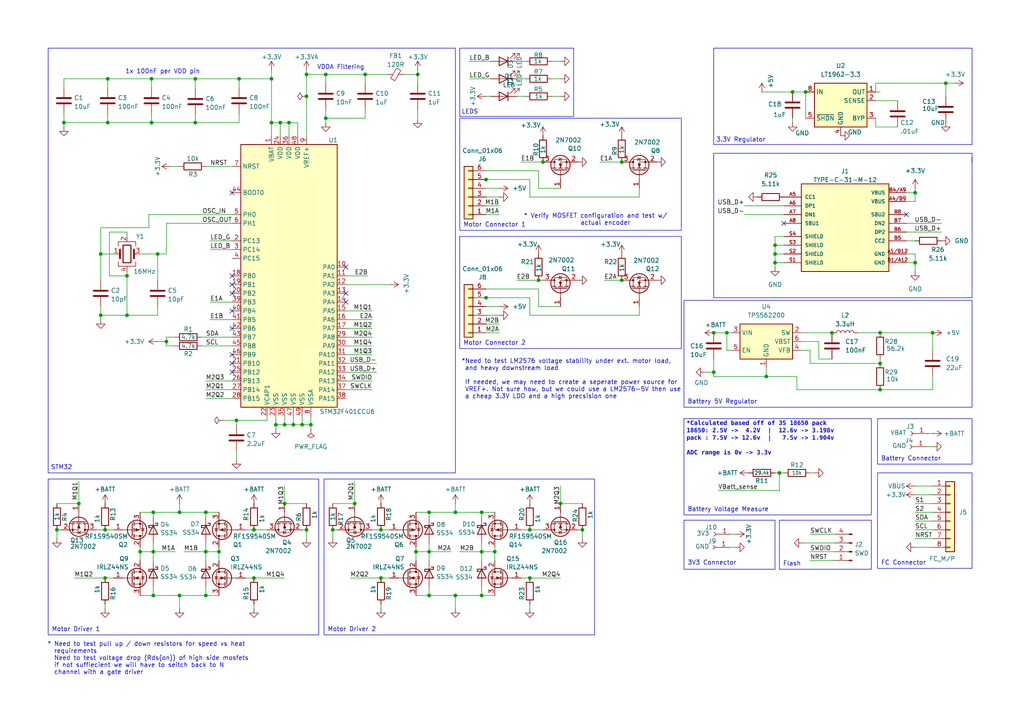
<source format=kicad_sch>
(kicad_sch (version 20231120) (generator "eeschema") (generator_version "8.0")
  (paper "A4")
  (junction (at 162.56 146.05))
  (junction (at 83.82 35.56))
  (junction (at 224.79 76.2))
  (junction (at 52.07 172.72))
  (junction (at 43.942 22.86))
  (junction (at 255.27 96.52))
  (junction (at 102.87 146.05))
  (junction (at 73.66 153.67))
  (junction (at 207.01 107.95))
  (junction (at 94.488 21.59))
  (junction (at 18.542 35.56))
  (junction (at 87.63 123.19))
  (junction (at 56.642 22.86))
  (junction (at 45.72 73.66))
  (junction (at 105.918 21.59))
  (junction (at 30.48 153.67))
  (junction (at 229.87 26.67))
  (junction (at 36.83 91.44))
  (junction (at 168.91 153.67))
  (junction (at 180.34 46.99))
  (junction (at 156.21 81.28))
  (junction (at 44.45 148.59))
  (junction (at 78.74 22.86))
  (junction (at 85.09 123.19))
  (junction (at 207.01 96.52))
  (junction (at 255.27 105.41))
  (junction (at 80.01 123.19))
  (junction (at 59.69 160.02))
  (junction (at 140.97 52.07))
  (junction (at 132.08 172.72))
  (junction (at 140.97 86.36))
  (junction (at 31.242 22.86))
  (junction (at 40.64 160.02))
  (junction (at 88.9 153.67))
  (junction (at 224.79 73.66))
  (junction (at 30.48 167.64))
  (junction (at 82.55 123.19))
  (junction (at 265.43 76.2))
  (junction (at 44.45 160.02))
  (junction (at 274.32 24.13))
  (junction (at 56.642 35.56))
  (junction (at 44.45 172.72))
  (junction (at 210.82 96.52))
  (junction (at 16.51 153.67))
  (junction (at 68.58 121.92))
  (junction (at 120.65 160.02))
  (junction (at 226.06 137.16))
  (junction (at 43.942 35.56))
  (junction (at 139.7 160.02))
  (junction (at 139.7 172.72))
  (junction (at 180.34 81.28))
  (junction (at 110.49 167.64))
  (junction (at 132.08 148.59))
  (junction (at 88.9 21.59))
  (junction (at 139.7 148.59))
  (junction (at 143.51 160.02))
  (junction (at 29.21 91.44))
  (junction (at 36.83 80.01))
  (junction (at 233.68 26.67))
  (junction (at 48.26 99.06))
  (junction (at 124.46 160.02))
  (junction (at 157.48 46.99))
  (junction (at 90.17 123.19))
  (junction (at 63.5 160.02))
  (junction (at 121.158 21.59))
  (junction (at 82.55 146.05))
  (junction (at 224.79 71.12))
  (junction (at 255.27 113.03))
  (junction (at 94.488 34.29))
  (junction (at 222.25 109.22))
  (junction (at 124.46 172.72))
  (junction (at 29.21 73.66))
  (junction (at 73.66 167.64))
  (junction (at 124.46 148.59))
  (junction (at 31.242 35.56))
  (junction (at 78.74 35.56))
  (junction (at 59.69 148.59))
  (junction (at 88.9 27.94))
  (junction (at 153.67 167.64))
  (junction (at 22.86 146.05))
  (junction (at 69.342 22.86))
  (junction (at 52.07 148.59))
  (junction (at 241.3 96.52))
  (junction (at 110.49 153.67))
  (junction (at 59.69 172.72))
  (junction (at 270.51 96.52))
  (junction (at 265.43 55.88))
  (junction (at 81.28 35.56))
  (junction (at 96.52 153.67))
  (junction (at 153.67 153.67))
  (no_connect (at 67.31 105.41))
  (no_connect (at 67.31 102.87))
  (no_connect (at 67.31 80.01))
  (no_connect (at 67.31 107.95))
  (no_connect (at 67.31 85.09))
  (no_connect (at 262.89 62.23))
  (no_connect (at 67.31 90.17))
  (no_connect (at 100.33 77.47))
  (no_connect (at 100.33 87.63))
  (no_connect (at 67.31 82.55))
  (no_connect (at 67.31 55.88))
  (no_connect (at 227.33 64.77))
  (no_connect (at 100.33 85.09))
  (no_connect (at 67.31 95.25))
  (polyline (pts (xy 133.604 33.782) (xy 166.37 33.782)))
  (wire (pts (xy 132.08 172.72) (xy 132.08 176.53)))
  (wire (pts (xy 52.07 172.72) (xy 52.07 176.53)))
  (wire (pts (xy 48.26 64.77) (xy 48.26 73.66)))
  (wire (pts (xy 210.82 101.6) (xy 210.82 96.52)))
  (wire (pts (xy 157.48 153.67) (xy 153.67 153.67)))
  (wire (pts (xy 144.78 57.15) (xy 140.97 57.15)))
  (wire (pts (xy 143.51 160.02) (xy 143.51 162.56)))
  (wire (pts (xy 156.21 88.9) (xy 162.56 88.9)))
  (wire (pts (xy 69.342 22.86) (xy 78.74 22.86)))
  (wire (pts (xy 262.89 58.42) (xy 265.43 58.42)))
  (wire (pts (xy 265.43 151.13) (xy 270.51 151.13)))
  (polyline (pts (xy 252.73 165.1) (xy 226.06 165.1)))
  (wire (pts (xy 149.86 81.28) (xy 156.21 81.28)))
  (wire (pts (xy 100.33 95.25) (xy 107.95 95.25)))
  (wire (pts (xy 59.69 148.59) (xy 63.5 148.59)))
  (wire (pts (xy 101.6 167.64) (xy 110.49 167.64)))
  (wire (pts (xy 59.69 113.03) (xy 67.31 113.03)))
  (wire (pts (xy 269.24 125.73) (xy 270.51 125.73)))
  (wire (pts (xy 268.986 129.54) (xy 270.51 129.54)))
  (wire (pts (xy 233.68 26.67) (xy 229.87 26.67)))
  (wire (pts (xy 31.242 22.86) (xy 31.242 25.4)))
  (wire (pts (xy 265.43 140.97) (xy 270.51 140.97)))
  (wire (pts (xy 237.49 104.14) (xy 237.49 99.06)))
  (wire (pts (xy 43.18 62.23) (xy 67.31 62.23)))
  (polyline (pts (xy 166.37 13.97) (xy 133.35 13.97)))
  (wire (pts (xy 60.96 92.71) (xy 67.31 92.71)))
  (wire (pts (xy 121.158 21.59) (xy 121.158 24.13)))
  (wire (pts (xy 175.26 81.28) (xy 180.34 81.28)))
  (wire (pts (xy 36.83 80.01) (xy 36.83 91.44)))
  (wire (pts (xy 78.74 22.86) (xy 78.74 35.56)))
  (wire (pts (xy 140.97 93.98) (xy 144.78 93.98)))
  (wire (pts (xy 29.21 88.9) (xy 29.21 91.44)))
  (wire (pts (xy 31.242 35.56) (xy 18.542 35.56)))
  (wire (pts (xy 262.89 73.66) (xy 265.43 73.66)))
  (wire (pts (xy 44.45 172.72) (xy 52.07 172.72)))
  (wire (pts (xy 73.66 167.64) (xy 71.12 167.64)))
  (wire (pts (xy 255.27 26.67) (xy 254 26.67)))
  (wire (pts (xy 18.542 35.56) (xy 18.542 36.83)))
  (wire (pts (xy 40.64 160.02) (xy 40.64 162.56)))
  (wire (pts (xy 224.79 71.12) (xy 224.79 73.66)))
  (wire (pts (xy 82.55 167.64) (xy 73.66 167.64)))
  (wire (pts (xy 255.27 105.41) (xy 234.95 105.41)))
  (polyline (pts (xy 281.94 45.72) (xy 281.94 86.36)))
  (wire (pts (xy 255.27 104.14) (xy 255.27 105.41)))
  (wire (pts (xy 44.45 148.59) (xy 44.45 149.86)))
  (wire (pts (xy 185.42 91.44) (xy 185.42 88.9)))
  (wire (pts (xy 120.65 172.72) (xy 124.46 172.72)))
  (wire (pts (xy 222.25 109.22) (xy 222.25 106.68)))
  (wire (pts (xy 262.89 64.77) (xy 273.05 64.77)))
  (wire (pts (xy 139.7 52.07) (xy 140.97 52.07)))
  (wire (pts (xy 44.45 160.02) (xy 44.45 162.56)))
  (wire (pts (xy 236.22 137.16) (xy 234.95 137.16)))
  (wire (pts (xy 40.64 160.02) (xy 44.45 160.02)))
  (wire (pts (xy 120.65 160.02) (xy 120.65 162.56)))
  (wire (pts (xy 140.97 59.69) (xy 144.78 59.69)))
  (wire (pts (xy 48.26 100.33) (xy 50.8 100.33)))
  (polyline (pts (xy 133.35 33.782) (xy 133.604 33.782)))
  (wire (pts (xy 63.5 160.02) (xy 59.69 160.02)))
  (wire (pts (xy 254 36.83) (xy 254 34.29)))
  (wire (pts (xy 59.69 110.49) (xy 67.31 110.49)))
  (wire (pts (xy 117.348 21.59) (xy 121.158 21.59)))
  (wire (pts (xy 48.26 99.06) (xy 45.72 99.06)))
  (wire (pts (xy 132.08 172.72) (xy 139.7 172.72)))
  (wire (pts (xy 69.342 33.02) (xy 69.342 35.56)))
  (wire (pts (xy 36.83 67.31) (xy 31.75 67.31)))
  (wire (pts (xy 94.488 21.59) (xy 94.488 24.13)))
  (wire (pts (xy 143.51 158.75) (xy 143.51 160.02)))
  (wire (pts (xy 232.41 96.52) (xy 241.3 96.52)))
  (wire (pts (xy 254 24.13) (xy 254 26.67)))
  (wire (pts (xy 262.89 76.2) (xy 265.43 76.2)))
  (wire (pts (xy 270.51 101.6) (xy 270.51 96.52)))
  (wire (pts (xy 270.51 96.52) (xy 255.27 96.52)))
  (wire (pts (xy 48.26 64.77) (xy 67.31 64.77)))
  (wire (pts (xy 207.01 104.14) (xy 207.01 107.95)))
  (wire (pts (xy 73.66 153.67) (xy 71.12 153.67)))
  (wire (pts (xy 31.242 33.02) (xy 31.242 35.56)))
  (wire (pts (xy 56.642 33.274) (xy 56.642 35.56)))
  (wire (pts (xy 265.43 156.21) (xy 270.51 156.21)))
  (wire (pts (xy 43.942 22.86) (xy 56.642 22.86)))
  (wire (pts (xy 153.67 86.36) (xy 153.67 91.44)))
  (wire (pts (xy 80.01 123.19) (xy 80.01 124.46)))
  (wire (pts (xy 140.97 54.61) (xy 144.78 54.61)))
  (wire (pts (xy 224.79 73.66) (xy 224.79 76.2)))
  (wire (pts (xy 140.97 83.82) (xy 156.21 83.82)))
  (wire (pts (xy 110.49 176.53) (xy 110.49 175.26)))
  (wire (pts (xy 78.74 35.56) (xy 78.74 39.37)))
  (wire (pts (xy 36.83 68.58) (xy 36.83 67.31)))
  (wire (pts (xy 143.51 160.02) (xy 139.7 160.02)))
  (wire (pts (xy 43.18 62.23) (xy 43.18 66.04)))
  (wire (pts (xy 87.63 120.65) (xy 87.63 123.19)))
  (wire (pts (xy 48.26 97.79) (xy 50.8 97.79)))
  (wire (pts (xy 207.01 109.22) (xy 207.01 107.95)))
  (wire (pts (xy 88.9 153.67) (xy 87.63 153.67)))
  (wire (pts (xy 226.06 137.16) (xy 227.33 137.16)))
  (polyline (pts (xy 133.35 13.97) (xy 133.35 33.782)))
  (wire (pts (xy 156.21 49.53) (xy 156.21 54.61)))
  (wire (pts (xy 81.28 35.56) (xy 78.74 35.56)))
  (wire (pts (xy 242.062 160.02) (xy 234.95 160.02)))
  (wire (pts (xy 233.68 34.29) (xy 233.68 26.67)))
  (polyline (pts (xy 207.01 86.36) (xy 207.01 44.45)))
  (wire (pts (xy 100.33 100.33) (xy 107.95 100.33)))
  (wire (pts (xy 136.144 17.78) (xy 142.24 17.78)))
  (wire (pts (xy 105.918 24.13) (xy 105.918 21.59)))
  (wire (pts (xy 265.43 143.51) (xy 270.51 143.51)))
  (wire (pts (xy 85.09 123.19) (xy 82.55 123.19)))
  (wire (pts (xy 90.17 123.19) (xy 90.17 124.46)))
  (wire (pts (xy 45.72 91.44) (xy 36.83 91.44)))
  (wire (pts (xy 29.21 91.44) (xy 29.21 92.71)))
  (wire (pts (xy 87.63 123.19) (xy 85.09 123.19)))
  (wire (pts (xy 162.56 27.94) (xy 160.02 27.94)))
  (wire (pts (xy 270.51 109.22) (xy 270.51 113.03)))
  (wire (pts (xy 242.062 154.94) (xy 234.95 154.94)))
  (wire (pts (xy 59.69 170.18) (xy 59.69 172.72)))
  (wire (pts (xy 63.5 158.75) (xy 63.5 160.02)))
  (wire (pts (xy 81.28 35.56) (xy 81.28 39.37)))
  (wire (pts (xy 105.918 31.75) (xy 105.918 34.29)))
  (wire (pts (xy 234.95 101.6) (xy 232.41 101.6)))
  (wire (pts (xy 36.83 91.44) (xy 29.21 91.44)))
  (wire (pts (xy 124.46 148.59) (xy 124.46 149.86)))
  (wire (pts (xy 21.59 167.64) (xy 30.48 167.64)))
  (wire (pts (xy 227.33 71.12) (xy 224.79 71.12)))
  (wire (pts (xy 100.33 97.79) (xy 107.95 97.79)))
  (wire (pts (xy 185.42 57.15) (xy 185.42 54.61)))
  (wire (pts (xy 224.79 68.58) (xy 224.79 71.12)))
  (wire (pts (xy 85.09 120.65) (xy 85.09 123.19)))
  (wire (pts (xy 29.21 73.66) (xy 33.02 73.66)))
  (wire (pts (xy 43.18 66.04) (xy 29.21 66.04)))
  (wire (pts (xy 59.69 115.57) (xy 67.31 115.57)))
  (wire (pts (xy 140.97 96.52) (xy 144.78 96.52)))
  (wire (pts (xy 139.7 148.59) (xy 143.51 148.59)))
  (polyline (pts (xy 166.37 33.782) (xy 166.37 13.97)))
  (wire (pts (xy 30.48 153.67) (xy 33.02 153.67)))
  (wire (pts (xy 149.86 17.78) (xy 152.4 17.78)))
  (wire (pts (xy 120.65 158.75) (xy 120.65 160.02)))
  (wire (pts (xy 210.82 96.52) (xy 212.09 96.52)))
  (wire (pts (xy 40.64 172.72) (xy 44.45 172.72)))
  (wire (pts (xy 31.75 80.01) (xy 36.83 80.01)))
  (wire (pts (xy 100.33 110.49) (xy 107.95 110.49)))
  (wire (pts (xy 18.542 25.4) (xy 18.542 22.86)))
  (wire (pts (xy 153.67 52.07) (xy 153.67 57.15)))
  (wire (pts (xy 140.97 86.36) (xy 153.67 86.36)))
  (wire (pts (xy 255.27 113.03) (xy 231.14 113.03)))
  (wire (pts (xy 270.51 113.03) (xy 255.27 113.03)))
  (wire (pts (xy 86.36 35.56) (xy 83.82 35.56)))
  (wire (pts (xy 124.46 172.72) (xy 132.08 172.72)))
  (wire (pts (xy 59.69 157.48) (xy 59.69 160.02)))
  (wire (pts (xy 276.86 24.13) (xy 274.32 24.13)))
  (wire (pts (xy 88.9 21.59) (xy 88.9 27.94)))
  (wire (pts (xy 29.21 66.04) (xy 29.21 73.66)))
  (wire (pts (xy 274.32 27.94) (xy 274.32 24.13)))
  (wire (pts (xy 59.69 48.26) (xy 67.31 48.26)))
  (wire (pts (xy 156.21 81.28) (xy 157.48 81.28)))
  (wire (pts (xy 88.9 156.21) (xy 88.9 153.67)))
  (wire (pts (xy 96.52 146.05) (xy 102.87 146.05)))
  (wire (pts (xy 68.58 130.81) (xy 68.58 133.35)))
  (wire (pts (xy 52.07 148.59) (xy 59.69 148.59)))
  (wire (pts (xy 136.144 22.86) (xy 142.24 22.86)))
  (wire (pts (xy 60.96 87.63) (xy 67.31 87.63)))
  (wire (pts (xy 265.43 73.66) (xy 265.43 76.2)))
  (wire (pts (xy 29.21 73.66) (xy 29.21 81.28)))
  (wire (pts (xy 52.07 172.72) (xy 59.69 172.72)))
  (wire (pts (xy 16.51 146.05) (xy 22.86 146.05)))
  (wire (pts (xy 40.64 73.66) (xy 45.72 73.66)))
  (wire (pts (xy 43.942 22.86) (xy 43.942 25.4)))
  (wire (pts (xy 139.7 160.02) (xy 139.7 162.56)))
  (wire (pts (xy 59.69 148.59) (xy 59.69 149.86)))
  (wire (pts (xy 241.3 104.14) (xy 237.49 104.14)))
  (wire (pts (xy 212.09 101.6) (xy 210.82 101.6)))
  (wire (pts (xy 234.95 105.41) (xy 234.95 101.6)))
  (wire (pts (xy 153.67 176.53) (xy 153.67 175.26)))
  (wire (pts (xy 151.13 46.99) (xy 157.48 46.99)))
  (wire (pts (xy 60.96 72.39) (xy 67.31 72.39)))
  (wire (pts (xy 100.33 80.01) (xy 106.68 80.01)))
  (wire (pts (xy 124.46 160.02) (xy 130.81 160.02)))
  (wire (pts (xy 88.9 20.32) (xy 88.9 21.59)))
  (wire (pts (xy 229.87 35.56) (xy 229.87 34.29)))
  (wire (pts (xy 44.45 160.02) (xy 50.8 160.02)))
  (wire (pts (xy 121.158 20.32) (xy 121.158 21.59)))
  (wire (pts (xy 144.78 88.9) (xy 140.97 88.9)))
  (wire (pts (xy 124.46 170.18) (xy 124.46 172.72)))
  (wire (pts (xy 52.07 146.05) (xy 52.07 148.59)))
  (wire (pts (xy 96.52 156.21) (xy 96.52 153.67)))
  (wire (pts (xy 160.02 17.78) (xy 162.56 17.78)))
  (wire (pts (xy 132.08 148.59) (xy 139.7 148.59)))
  (wire (pts (xy 30.48 167.64) (xy 33.02 167.64)))
  (wire (pts (xy 83.82 35.56) (xy 81.28 35.56)))
  (wire (pts (xy 262.89 69.85) (xy 265.43 69.85)))
  (wire (pts (xy 68.58 123.19) (xy 68.58 121.92)))
  (wire (pts (xy 215.9 62.23) (xy 227.33 62.23)))
  (wire (pts (xy 204.47 107.95) (xy 207.01 107.95)))
  (wire (pts (xy 77.47 153.67) (xy 73.66 153.67)))
  (wire (pts (xy 262.89 55.88) (xy 265.43 55.88)))
  (wire (pts (xy 153.67 57.15) (xy 185.42 57.15)))
  (wire (pts (xy 94.488 34.29) (xy 94.488 35.56)))
  (wire (pts (xy 90.17 120.65) (xy 90.17 123.19)))
  (wire (pts (xy 86.36 39.37) (xy 86.36 35.56)))
  (wire (pts (xy 18.542 22.86) (xy 31.242 22.86)))
  (wire (pts (xy 96.52 153.67) (xy 97.79 153.67)))
  (wire (pts (xy 260.35 36.83) (xy 254 36.83)))
  (wire (pts (xy 168.91 156.21) (xy 168.91 153.67)))
  (wire (pts (xy 43.942 33.02) (xy 43.942 35.56)))
  (wire (pts (xy 207.01 109.22) (xy 222.25 109.22)))
  (polyline (pts (xy 207.01 41.91) (xy 281.94 41.91)))
  (wire (pts (xy 168.91 153.67) (xy 167.64 153.67)))
  (wire (pts (xy 124.46 157.48) (xy 124.46 160.02)))
  (wire (pts (xy 69.342 25.4) (xy 69.342 22.86)))
  (wire (pts (xy 88.9 146.05) (xy 82.55 146.05)))
  (wire (pts (xy 234.95 162.56) (xy 242.062 162.56)))
  (wire (pts (xy 69.342 35.56) (xy 56.642 35.56)))
  (wire (pts (xy 153.67 153.67) (xy 151.13 153.67)))
  (wire (pts (xy 16.51 156.21) (xy 16.51 153.67)))
  (wire (pts (xy 73.66 176.53) (xy 73.66 175.26)))
  (wire (pts (xy 265.43 146.05) (xy 270.51 146.05)))
  (wire (pts (xy 173.99 46.99) (xy 180.34 46.99)))
  (wire (pts (xy 31.75 67.31) (xy 31.75 80.01)))
  (wire (pts (xy 212.09 154.94) (xy 213.36 154.94)))
  (wire (pts (xy 82.55 123.19) (xy 80.01 123.19)))
  (wire (pts (xy 140.97 52.07) (xy 153.67 52.07)))
  (wire (pts (xy 59.69 172.72) (xy 63.5 172.72)))
  (wire (pts (xy 59.69 160.02) (xy 59.69 162.56)))
  (wire (pts (xy 229.87 26.67) (xy 220.98 26.67)))
  (polyline (pts (xy 207.01 41.91) (xy 207.01 13.97)))
  (wire (pts (xy 254 29.21) (xy 260.35 29.21)))
  (wire (pts (xy 100.33 102.87) (xy 107.95 102.87)))
  (wire (pts (xy 224.79 76.2) (xy 227.33 76.2)))
  (polyline (pts (xy 207.01 13.97) (xy 281.94 13.97)))
  (wire (pts (xy 156.21 54.61) (xy 162.56 54.61)))
  (wire (pts (xy 100.33 105.41) (xy 109.22 105.41)))
  (wire (pts (xy 78.74 20.32) (xy 78.74 22.86)))
  (wire (pts (xy 44.45 157.48) (xy 44.45 160.02)))
  (wire (pts (xy 31.242 22.86) (xy 43.942 22.86)))
  (wire (pts (xy 94.488 31.75) (xy 94.488 34.29)))
  (wire (pts (xy 168.91 146.05) (xy 162.56 146.05)))
  (wire (pts (xy 153.67 167.64) (xy 151.13 167.64)))
  (wire (pts (xy 49.53 48.26) (xy 52.07 48.26)))
  (wire (pts (xy 265.43 55.88) (xy 265.43 54.61)))
  (wire (pts (xy 100.33 107.95) (xy 109.22 107.95)))
  (wire (pts (xy 224.79 137.16) (xy 226.06 137.16)))
  (wire (pts (xy 139.7 172.72) (xy 143.51 172.72)))
  (wire (pts (xy 227.33 68.58) (xy 224.79 68.58)))
  (wire (pts (xy 48.26 73.66) (xy 45.72 73.66)))
  (wire (pts (xy 160.02 22.86) (xy 162.56 22.86)))
  (wire (pts (xy 265.43 158.75) (xy 270.51 158.75)))
  (wire (pts (xy 56.642 22.86) (xy 56.642 25.654)))
  (wire (pts (xy 110.49 153.67) (xy 113.03 153.67)))
  (wire (pts (xy 139.7 170.18) (xy 139.7 172.72)))
  (wire (pts (xy 83.82 35.56) (xy 83.82 39.37)))
  (wire (pts (xy 140.97 27.94) (xy 142.24 27.94)))
  (wire (pts (xy 265.43 148.59) (xy 270.51 148.59)))
  (wire (pts (xy 139.7 148.59) (xy 139.7 149.86)))
  (wire (pts (xy 58.42 100.33) (xy 67.31 100.33)))
  (wire (pts (xy 64.77 121.92) (xy 68.58 121.92)))
  (wire (pts (xy 226.06 137.16) (xy 226.06 142.24)))
  (wire (pts (xy 207.01 96.52) (xy 210.82 96.52)))
  (wire (pts (xy 156.21 83.82) (xy 156.21 88.9)))
  (wire (pts (xy 40.64 158.75) (xy 40.64 160.02)))
  (wire (pts (xy 56.642 22.86) (xy 69.342 22.86)))
  (wire (pts (xy 231.14 113.03) (xy 231.14 109.22)))
  (wire (pts (xy 132.08 146.05) (xy 132.08 148.59)))
  (polyline (pts (xy 281.94 44.45) (xy 281.94 46.99)))
  (wire (pts (xy 44.45 148.59) (xy 52.07 148.59)))
  (wire (pts (xy 59.69 160.02) (xy 53.34 160.02)))
  (wire (pts (xy 45.72 73.66) (xy 45.72 81.28)))
  (wire (pts (xy 211.836 158.75) (xy 213.36 158.75)))
  (wire (pts (xy 140.97 62.23) (xy 144.78 62.23)))
  (wire (pts (xy 100.33 113.03) (xy 107.95 113.03)))
  (wire (pts (xy 63.5 160.02) (xy 63.5 162.56)))
  (wire (pts (xy 58.42 97.79) (xy 67.31 97.79)))
  (wire (pts (xy 40.64 148.59) (xy 44.45 148.59)))
  (wire (pts (xy 102.87 139.7) (xy 102.87 146.05)))
  (wire (pts (xy 265.43 76.2) (xy 265.43 78.74)))
  (polyline (pts (xy 207.01 44.45) (xy 281.94 44.45)))
  (wire (pts (xy 262.89 67.31) (xy 273.05 67.31)))
  (wire (pts (xy 22.86 139.7) (xy 22.86 146.05)))
  (wire (pts (xy 139.7 86.36) (xy 140.97 86.36)))
  (wire (pts (xy 110.49 167.64) (xy 113.03 167.64)))
  (wire (pts (xy 48.26 99.06) (xy 48.26 100.33)))
  (polyline (pts (xy 226.06 150.876) (xy 252.73 150.876)))
  (wire (pts (xy 100.33 82.55) (xy 113.03 82.55)))
  (wire (pts (xy 100.33 92.71) (xy 107.95 92.71)))
  (wire (pts (xy 215.9 59.69) (xy 227.33 59.69)))
  (polyline (pts (xy 226.06 150.876) (xy 226.06 165.1)))
  (wire (pts (xy 18.542 33.02) (xy 18.542 35.56)))
  (wire (pts (xy 82.55 120.65) (xy 82.55 123.19)))
  (wire (pts (xy 231.14 109.22) (xy 222.25 109.22)))
  (wire (pts (xy 139.7 160.02) (xy 133.35 160.02)))
  (wire (pts (xy 105.918 21.59) (xy 94.488 21.59)))
  (wire (pts (xy 94.488 34.29) (xy 105.918 34.29)))
  (wire (pts (xy 149.86 22.86) (xy 152.4 22.86)))
  (wire (pts (xy 149.86 27.94) (xy 152.4 27.94)))
  (wire (pts (xy 60.96 69.85) (xy 67.31 69.85)))
  (wire (pts (xy 120.65 148.59) (xy 124.46 148.59)))
  (wire (pts (xy 139.7 157.48) (xy 139.7 160.02)))
  (wire (pts (xy 90.17 123.19) (xy 87.63 123.19)))
  (wire (pts (xy 153.67 91.44) (xy 185.42 91.44)))
  (wire (pts (xy 121.158 31.75) (xy 121.158 34.544)))
  (polyline (pts (xy 281.94 13.97) (xy 281.94 41.91)))
  (wire (pts (xy 124.46 148.59) (xy 132.08 148.59)))
  (wire (pts (xy 224.79 77.47) (xy 224.79 76.2)))
  (wire (pts (xy 94.488 21.59) (xy 88.9 21.59)))
  (wire (pts (xy 80.01 120.65) (xy 80.01 123.19)))
  (wire (pts (xy 45.72 88.9) (xy 45.72 91.44)))
  (wire (pts (xy 162.56 140.97) (xy 162.56 146.05)))
  (wire (pts (xy 44.45 170.18) (xy 44.45 172.72)))
  (wire (pts (xy 68.58 121.92) (xy 77.47 121.92)))
  (wire (pts (xy 208.28 142.24) (xy 226.06 142.24)))
  (wire (pts (xy 105.918 21.59) (xy 112.268 21.59)))
  (wire (pts (xy 124.46 160.02) (xy 124.46 162.56)))
  (wire (pts (xy 265.43 58.42) (xy 265.43 55.88)))
  (wire (pts (xy 140.97 49.53) (xy 156.21 49.53)))
  (wire (pts (xy 232.918 157.48) (xy 242.062 157.48)))
  (wire (pts (xy 144.78 91.44) (xy 140.97 91.44)))
  (polyline (pts (xy 207.01 86.36) (xy 281.94 86.36)))
  (wire (pts (xy 36.83 80.01) (xy 36.83 78.74)))
  (polyline (pts (xy 252.73 150.876) (xy 252.73 165.1)))
  (wire (pts (xy 227.33 73.66) (xy 224.79 73.66)))
  (wire (pts (xy 274.32 24.13) (xy 254 24.13)))
  (wire (pts (xy 48.26 97.79) (xy 48.26 99.06)))
  (wire (pts (xy 82.55 140.97) (xy 82.55 146.05)))
  (wire (pts (xy 77.47 121.92) (xy 77.47 120.65)))
  (wire (pts (xy 100.33 90.17) (xy 107.95 90.17)))
  (wire (pts (xy 30.48 176.53) (xy 30.48 175.26)))
  (wire (pts (xy 162.56 167.64) (xy 153.67 167.64)))
  (wire (pts (xy 232.41 99.06) (xy 237.49 99.06)))
  (wire (pts (xy 56.642 35.56) (xy 43.942 35.56)))
  (wire (pts (xy 88.9 27.94) (xy 88.9 39.37)))
  (wire (pts (xy 27.94 153.67) (xy 30.48 153.67)))
  (wire (pts (xy 120.65 160.02) (xy 124.46 160.02)))
  (wire (pts (xy 248.92 96.52) (xy 255.27 96.52)))
  (wire (pts (xy 107.95 153.67) (xy 110.49 153.67)))
  (wire (pts (xy 43.942 35.56) (xy 31.242 35.56)))
  (wire (pts (xy 16.51 153.67) (xy 17.78 153.67)))
  (wire (pts (xy 265.43 153.67) (xy 270.51 153.67)))
  (rectangle (start 133.35 68.58) (end 197.612 101.092))
  (rectangle (start 254.508 121.412) (end 281.94 134.62))
  (rectangle (start 198.374 87.122) (end 281.94 118.11))
  (rectangle (start 198.374 150.876) (end 224.79 165.1))
  (rectangle (start 13.97 138.938) (end 92.456 184.15))
  (rectangle (start 198.374 121.412) (end 252.73 149.352))
  (rectangle (start 93.98 138.938) (end 172.466 184.15))
  (rectangle (start 254.508 137.16) (end 281.94 164.846))
  (rectangle (start 133.35 34.29) (end 197.612 66.802))
  (rectangle (start 13.97 13.97) (end 132.08 137.16))
  (text "Battery 5V Regulator" (at 199.39 117.348 0) (effects (font (size 1.27 1.27)) (justify left bottom)))
  (text "Motor Driver 1" (at 14.986 183.388 0) (effects (font (size 1.27 1.27)) (justify left bottom)))
  (text "* Verify MOSFET configuration and test w/ \n	actual encoder" (at 173.228 63.754 0) (effects (font (size 1.27 1.27))))
  (text "Motor Connector 1" (at 134.366 66.04 0) (effects (font (size 1.27 1.27)) (justify left bottom)))
  (text "* Need to test pull up / down resistors for speed vs heat\n  requirements\n  Need to test voltage drop (Rds(on)) of high side mosfets\n  if not suffiecient we will have to seitch back to N\n  channel with a gate driver" (at 13.716 195.834 0) (effects (font (size 1.27 1.27)) (justify left bottom)))
  (text "3.3V Regulator\n" (at 214.884 40.64 0) (effects (font (size 1.27 1.27))))
  (text "*Calculated based off of 3S 18650 pack\n18650: 2.5V ->  4.2V  |  12.6v -> 3.198v\npack : 7.5V -> 12.6v  |   7.5v -> 1.904v\n\nADC range is 0v -> 3.3v" (at 199.136 132.588 0) (effects (font (size 1.27 1.27) (thickness 0.254) (bold yes)) (justify left bottom)))
  (text "Motor Connector 2" (at 134.366 100.33 0) (effects (font (size 1.27 1.27)) (justify left bottom)))
  (text "Motor Driver 2" (at 94.996 183.388 0) (effects (font (size 1.27 1.27)) (justify left bottom)))
  (text "*Need to test LM2576 voltage stability under ext. motor load,\n and heavy downstream load\n \n If needed, we may need to create a seperate power source for\n VREF+. Not sure how, but we could use a LM2576-5V then use\n a cheap 3.3V LDO and a high precsision one" (at 133.858 115.824 0) (effects (font (size 1.27 1.27)) (justify left bottom)))
  (text "Battery Connector" (at 255.524 133.858 0) (effects (font (size 1.27 1.27)) (justify left bottom)))
  (text "Battery Voltage Measure" (at 199.39 148.59 0) (effects (font (size 1.27 1.27)) (justify left bottom)))
  (text "VDDA Filtering" (at 91.948 20.32 0) (effects (font (size 1.27 1.27)) (justify left bottom)))
  (text "Flash" (at 227.076 164.338 0) (effects (font (size 1.27 1.27)) (justify left bottom)))
  (text "1x 100nF per VDD pin" (at 36.322 21.59 0) (effects (font (size 1.27 1.27)) (justify left bottom)))
  (text "FC Connector" (at 255.524 164.084 0) (effects (font (size 1.27 1.27)) (justify left bottom)))
  (text "3V3 Connector" (at 199.39 164.084 0) (effects (font (size 1.27 1.27)) (justify left bottom)))
  (text "LEDS" (at 133.858 33.274 0) (effects (font (size 1.27 1.27)) (justify left bottom)))
  (text "STM32" (at 14.732 136.398 0) (effects (font (size 1.27 1.27)) (justify left bottom)))
  (label "M1Q1" (at 107.95 90.17 180))
  (label "E2A" (at 175.26 81.28 0))
  (label "USB_D-" (at 215.9 62.23 180))
  (label "M2Q3" (at 162.56 140.97 270))
  (label "M1Q4" (at 82.55 167.64 180))
  (label "VBatt_sense" (at 208.28 142.24 0))
  (label "M2Q2" (at 101.6 167.64 0))
  (label "SWDIO" (at 234.95 160.02 0))
  (label "M1Q4" (at 107.95 100.33 180))
  (label "M2Q1" (at 102.87 139.7 270))
  (label "M2A" (at 144.78 96.52 180))
  (label "M1B" (at 53.34 160.02 0))
  (label "SWDIO" (at 107.95 110.49 180))
  (label "E2B" (at 106.68 80.01 180))
  (label "M2Q4" (at 107.95 97.79 180))
  (label "M1Q3" (at 82.55 140.97 270))
  (label "LED_G" (at 136.144 22.86 0))
  (label "LED_B" (at 60.96 72.39 0))
  (label "E2B" (at 149.86 81.28 0))
  (label "OSC_OUT" (at 58.674 64.77 0))
  (label "S2" (at 265.43 148.59 0))
  (label "M1A" (at 144.78 62.23 180))
  (label "USB_D-" (at 109.22 105.41 180))
  (label "USB_D-" (at 273.05 64.77 180))
  (label "M2Q3" (at 59.69 110.49 0))
  (label "USB_D+" (at 215.9 59.69 180))
  (label "NRST" (at 234.95 162.56 0))
  (label "M2Q1" (at 59.69 113.03 0))
  (label "S1" (at 265.43 146.05 0))
  (label "SWCLK" (at 107.95 113.03 180))
  (label "M2Q4" (at 162.56 167.64 180))
  (label "M2B" (at 133.35 160.02 0))
  (label "E1B" (at 151.13 46.99 0))
  (label "M1A" (at 50.8 160.02 180))
  (label "M2A" (at 130.81 160.02 180))
  (label "M1Q2" (at 107.95 95.25 180))
  (label "M1Q1" (at 22.86 139.7 270))
  (label "E1B" (at 60.96 92.71 0))
  (label "LED_B" (at 136.144 17.78 0))
  (label "SCL" (at 59.69 100.33 0))
  (label "M2Q2" (at 59.69 115.57 0))
  (label "M1B" (at 144.78 59.69 180))
  (label "USB_D+" (at 273.05 67.31 180))
  (label "M1Q3" (at 107.95 102.87 180))
  (label "SCL" (at 265.43 153.67 0))
  (label "NRST" (at 265.43 156.21 0))
  (label "OSC_IN" (at 58.674 62.23 0))
  (label "E1A" (at 60.96 87.63 0))
  (label "LED_G" (at 60.96 69.85 0))
  (label "M2B" (at 144.78 93.98 180))
  (label "E1A" (at 173.99 46.99 0))
  (label "SDA" (at 59.69 97.79 0))
  (label "M1Q2" (at 21.59 167.64 0))
  (label "USB_D+" (at 109.22 107.95 180))
  (label "SDA" (at 265.43 151.13 0))
  (label "E2A" (at 107.95 92.71 180))
  (label "SWCLK" (at 234.95 154.94 0))
  (label "NRST" (at 60.96 48.26 0))
  (symbol (lib_id "Diode:SS34") (at 124.46 153.67 270) (unit 1)
    (property "Reference" "D8" (at 126.492 152.1403 90) (effects (justify left)))
    (property "Value" "SS34" (at 126.492 154.5646 90) (effects (justify left)))
    (property "Footprint" "Diode_SMD:D_SMA" (effects (hide yes)))
    (property "Datasheet" "https://www.vishay.com/docs/88751/ss32.pdf" (effects (hide yes)))
    (property "Description" "40V 3A Schottky Diode, SMA" (effects (hide yes)))
    (property "LCSC Part" "C3032484" (effects (hide yes)))
  )
  (symbol (lib_id "Connector_Generic:Conn_01x08") (at 275.59 148.59 0) (unit 1)
    (property "Reference" "J5" (at 278.13 148.5899 0) (effects (justify left)))
    (property "Value" "FC_M/P" (at 269.494 162.052 0) (effects (justify left)))
    (property "Footprint" "Connector_FFC-FPC:Molex_200528-0080_1x08-1MP_P1.00mm_Horizontal" (effects (hide yes)))
    (property "Description" "Generic connector, single row, 01x08, script generated (kicad-library-utils/schlib/autogen/connector/)" (effects (hide yes)))
    (property "LCSC Part" "C132510" (effects (hide yes)))
  )
  (symbol (lib_id "power:+3.3V") (at 180.34 73.66 0) (mirror y) (unit 1)
    (property "Reference" "#PWR061" (effects (hide yes)))
    (property "Value" "+3.3V" (at 177.038 70.866 0))
  )
  (symbol (lib_id "power:GND") (at 88.9 156.21 0) (unit 1)
    (property "Reference" "#PWR016" (effects (hide yes)))
    (property "Value" "GND" (effects (hide yes)))
  )
  (symbol (lib_id "Device:R") (at 156.21 27.94 90) (unit 1)
    (property "Reference" "R5" (at 157.48 25.908 90) (effects (justify left)))
    (property "Value" "1k" (at 157.48 27.94 90) (effects (justify left)))
    (property "Footprint" "Resistor_SMD:R_0402_1005Metric" (effects (hide yes)))
    (property "LCSC Part" "C102758" (effects (hide yes)))
  )
  (symbol (lib_id "power:GND") (at 162.56 17.78 90) (unit 1)
    (property "Reference" "#PWR025" (effects (hide yes)))
    (property "Value" "GND" (effects (hide yes)))
  )
  (symbol (lib_id "Device:C") (at 31.242 29.21 0) (unit 1)
    (property "Reference" "C3" (at 34.163 28.3753 0) (effects (justify left)))
    (property "Value" "100nF" (at 34.163 30.9122 0) (effects (justify left)))
    (property "Footprint" "Capacitor_SMD:C_0402_1005Metric" (effects (hide yes)))
    (property "LCSC Part" "C307331" (effects (hide yes)))
  )
  (symbol (lib_id "Device:LED") (at 146.05 27.94 180) (unit 1)
    (property "Reference" "D1" (at 147.6375 22.0812 0))
    (property "Value" "LED" (at 147.6375 24.6181 0))
    (property "Footprint" "LED_SMD:LED_0603_1608Metric" (effects (hide yes)))
    (property "LCSC Part" "C2286" (effects (hide yes)))
  )
  (symbol (lib_id "power:+3.3V") (at 213.36 154.94 270) (mirror x) (unit 1)
    (property "Reference" "#PWR063" (effects (hide yes)))
    (property "Value" "+3.3V" (at 217.17 154.94 0))
  )
  (symbol (lib_id "power:+BATT") (at 52.07 146.05 0) (unit 1)
    (property "Reference" "#PWR040" (effects (hide yes)))
    (property "Value" "+BATT" (at 52.07 141.9169 0))
    (property "Description" "Power symbol creates a global label with name \"+BATT\"" (effects (hide yes)))
  )
  (symbol (lib_id "power:GND") (at 94.488 35.56 0) (unit 1)
    (property "Reference" "#PWR010" (effects (hide yes)))
    (property "Value" "GND" (effects (hide yes)))
  )
  (symbol (lib_id "power:GND") (at 190.5 81.28 90) (unit 1)
    (property "Reference" "#PWR057" (effects (hide yes)))
    (property "Value" "GND" (effects (hide yes)))
  )
  (symbol (lib_id "power:GND") (at 29.21 92.71 0) (unit 1)
    (property "Reference" "#PWR03" (effects (hide yes)))
    (property "Value" "GND" (effects (hide yes)))
  )
  (symbol (lib_id "Device:R") (at 30.48 149.86 180) (unit 1)
    (property "Reference" "R13" (at 32.766 151.13 90) (effects (justify right)))
    (property "Value" "1k" (at 28.194 151.638 90) (effects (justify right)))
    (property "Footprint" "Resistor_SMD:R_0402_1005Metric" (effects (hide yes)))
    (property "LCSC Part" "C102758" (effects (hide yes)))
  )
  (symbol (lib_id "power:+BATT") (at 217.17 137.16 90) (unit 1)
    (property "Reference" "#PWR037" (effects (hide yes)))
    (property "Value" "+BATT" (at 213.995 137.16 90) (effects (justify left)))
    (property "Description" "Power symbol creates a global label with name \"+BATT\"" (effects (hide yes)))
  )
  (symbol (lib_id "power:GND") (at 96.52 156.21 0) (mirror y) (unit 1)
    (property "Reference" "#PWR017" (effects (hide yes)))
    (property "Value" "GND" (effects (hide yes)))
  )
  (symbol (lib_id "Device:R") (at 269.24 69.85 90) (unit 1)
    (property "Reference" "R26" (at 272.034 72.39 90))
    (property "Value" "5.11k" (at 272.034 74.93 90))
    (property "Footprint" "Resistor_SMD:R_0402_1005Metric" (effects (hide yes)))
    (property "Description" "Resistor" (effects (hide yes)))
  )
  (symbol (lib_id "Connector:Conn_01x04_Male") (at 247.142 160.02 180) (unit 1)
    (property "Reference" "J2" (at 247.8532 157.9153 0) (effects (justify right)))
    (property "Value" "SWD" (at 247.8532 160.4522 0) (effects (justify right)))
    (property "Footprint" "Connector_PinHeader_2.54mm:PinHeader_1x04_P2.54mm_Vertical" (effects (hide yes)))
  )
  (symbol (lib_id "Device:L") (at 245.11 96.52 90) (unit 1)
    (property "Reference" "L2" (at 245.11 91.44 90))
    (property "Value" "3.3uH" (at 245.11 93.98 90))
    (property "Footprint" "Inductor_SMD:L_0402_1005Metric" (effects (hide yes)))
    (property "Description" "Inductor" (effects (hide yes)))
  )
  (symbol (lib_id "power:GND") (at 236.22 137.16 90) (unit 1)
    (property "Reference" "#PWR038" (effects (hide yes)))
    (property "Value" "GND" (effects (hide yes)))
  )
  (symbol (lib_id "power:+BATT") (at 110.49 146.05 0) (unit 1)
    (property "Reference" "#PWR018" (effects (hide yes)))
    (property "Value" "+BATT" (at 110.49 141.9169 0))
    (property "Description" "Power symbol creates a global label with name \"+BATT\"" (effects (hide yes)))
  )
  (symbol (lib_id "Device:R") (at 156.21 17.78 90) (unit 1)
    (property "Reference" "R8" (at 157.48 16.002 90) (effects (justify left)))
    (property "Value" "1k" (at 157.226 17.78 90) (effects (justify left)))
    (property "Footprint" "Resistor_SMD:R_0402_1005Metric" (effects (hide yes)))
    (property "LCSC Part" "C102758" (effects (hide yes)))
  )
  (symbol (lib_id "Device:C") (at 207.01 100.33 0) (unit 1)
    (property "Reference" "C16" (at 200.152 100.33 0) (effects (justify left)))
    (property "Value" "10uF" (at 200.152 102.87 0) (effects (justify left)))
    (property "Footprint" "Capacitor_SMD:C_0402_1005Metric" (effects (hide yes)))
    (property "Description" "Unpolarized capacitor" (effects (hide yes)))
  )
  (symbol (lib_id "power:GND") (at 232.918 157.48 270) (unit 1)
    (property "Reference" "#PWR021" (effects (hide yes)))
    (property "Value" "GND" (effects (hide yes)))
  )
  (symbol (lib_id "Diode:SS34") (at 59.69 166.37 270) (unit 1)
    (property "Reference" "D6" (at 57.15 164.9617 90) (effects (justify right)))
    (property "Value" "SS34" (at 57.15 167.386 90) (effects (justify right)))
    (property "Footprint" "Diode_SMD:D_SMA" (effects (hide yes)))
    (property "Datasheet" "https://www.vishay.com/docs/88751/ss32.pdf" (effects (hide yes)))
    (property "Description" "40V 3A Schottky Diode, SMA" (effects (hide yes)))
    (property "LCSC Part" "C3032484" (effects (hide yes)))
  )
  (symbol (lib_id "Transistor_FET:IRLZ44N") (at 146.05 167.64 0) (mirror y) (unit 1)
    (property "Reference" "Q15" (at 146.812 162.052 0) (effects (justify right)))
    (property "Value" "IRLZ44NS" (at 146.812 164.4763 0) (effects (justify right)))
    (property "Footprint" "Package_TO_SOT_SMD:TO-263-2" (effects (hide yes)))
    (property "Datasheet" "http://www.irf.com/product-info/datasheets/data/irlz44n.pdf" (effects (hide yes)))
    (property "Description" "47A Id, 55V Vds, 22mOhm Rds Single N-Channel HEXFET Power MOSFET, TO-220AB" (effects (hide yes)))
    (property "LCSC Part" " C538199" (effects (hide yes)))
  )
  (symbol (lib_name "GND_1") (lib_id "power:GND") (at 229.87 35.56 0) (unit 1)
    (property "Reference" "#PWR072" (effects (hide yes)))
    (property "Value" "GND" (at 232.664 38.608 0))
    (property "Description" "Power symbol creates a global label with name \"GND\" , ground" (effects (hide yes)))
  )
  (symbol (lib_id "Diode:SS34") (at 44.45 153.67 270) (unit 1)
    (property "Reference" "D4" (at 46.482 152.1403 90) (effects (justify left)))
    (property "Value" "SS34" (at 46.482 154.5646 90) (effects (justify left)))
    (property "Footprint" "Diode_SMD:D_SMA" (effects (hide yes)))
    (property "Datasheet" "https://www.vishay.com/docs/88751/ss32.pdf" (effects (hide yes)))
    (property "Description" "40V 3A Schottky Diode, SMA" (effects (hide yes)))
    (property "LCSC Part" "C3032484" (effects (hide yes)))
  )
  (symbol (lib_id "power:VBUS") (at 265.43 140.97 90) (unit 1)
    (property "Reference" "#PWR026" (effects (hide yes)))
    (property "Value" "VBUS" (at 260.096 140.97 90))
  )
  (symbol (lib_id "Connector:Conn_01x01_Female") (at 207.01 154.94 0) (mirror y) (unit 1)
    (property "Reference" "J10" (at 208.026 152.908 0) (effects (justify left)))
    (property "Value" "3V3" (at 205.74 154.686 0) (effects (justify left)))
    (property "Footprint" "TestPoint:TestPoint_THTPad_4.0x4.0mm_Drill2.0mm" (effects (hide yes)))
  )
  (symbol (lib_id "power:+BATT") (at 153.67 146.05 0) (mirror y) (unit 1)
    (property "Reference" "#PWR046" (effects (hide yes)))
    (property "Value" "+BATT" (at 153.67 141.9169 0))
    (property "Description" "Power symbol creates a global label with name \"+BATT\"" (effects (hide yes)))
  )
  (symbol (lib_id "power:+3.3V") (at 49.53 48.26 90) (unit 1)
    (property "Reference" "#PWR05" (effects (hide yes)))
    (property "Value" "+3.3V" (at 45.72 48.26 0))
  )
  (symbol (lib_id "Device:R") (at 153.67 149.86 0) (mirror x) (unit 1)
    (property "Reference" "R20" (at 151.384 151.13 90) (effects (justify right)))
    (property "Value" "1k" (at 155.956 151.638 90) (effects (justify right)))
    (property "Footprint" "Resistor_SMD:R_0402_1005Metric" (effects (hide yes)))
    (property "LCSC Part" "C102758" (effects (hide yes)))
  )
  (symbol (lib_id "Transistor_FET:2N7002") (at 162.56 83.82 90) (unit 1)
    (property "Reference" "Q11" (at 166.878 77.978 90) (effects (justify left)))
    (property "Value" "2N7002" (at 166.624 75.438 90) (effects (justify left)))
    (property "Footprint" "Package_TO_SOT_SMD:SOT-23" (effects (hide yes)))
    (property "Datasheet" "https://www.onsemi.com/pub/Collateral/NDS7002A-D.PDF" (effects (hide yes)))
    (property "Description" "0.115A Id, 60V Vds, N-Channel MOSFET, SOT-23" (effects (hide yes)))
    (property "LCSC Part" "C466660" (effects (hide yes)))
  )
  (symbol (lib_id "Diode:SS34") (at 124.46 166.37 270) (unit 1)
    (property "Reference" "D9" (at 126.492 164.8403 90) (effects (justify left)))
    (property "Value" "SS34" (at 126.492 167.2646 90) (effects (justify left)))
    (property "Footprint" "Diode_SMD:D_SMA" (effects (hide yes)))
    (property "Datasheet" "https://www.vishay.com/docs/88751/ss32.pdf" (effects (hide yes)))
    (property "Description" "40V 3A Schottky Diode, SMA" (effects (hide yes)))
    (property "LCSC Part" "C3032484" (effects (hide yes)))
  )
  (symbol (lib_id "power:GND") (at 144.78 91.44 90) (unit 1)
    (property "Reference" "#PWR058" (effects (hide yes)))
    (property "Value" "GND" (effects (hide yes)))
  )
  (symbol (lib_id "power:+3.3V") (at 78.74 20.32 0) (unit 1)
    (property "Reference" "#PWR07" (effects (hide yes)))
    (property "Value" "+3.3V" (at 78.74 16.51 0))
  )
  (symbol (lib_id "Device:C") (at 18.542 29.21 0) (unit 1)
    (property "Reference" "C1" (at 21.463 28.3753 0) (effects (justify left)))
    (property "Value" "10uF" (at 21.463 30.9122 0) (effects (justify left)))
    (property "Footprint" "Capacitor_SMD:C_0402_1005Metric" (effects (hide yes)))
    (property "LCSC Part" "C19702" (effects (hide yes)))
  )
  (symbol (lib_id "Transistor_FET:2N7002") (at 162.56 49.53 90) (unit 1)
    (property "Reference" "Q10" (at 168.656 43.0643 90) (effects (justify left)))
    (property "Value" "2N7002" (at 168.656 40.64 90) (effects (justify left)))
    (property "Footprint" "Package_TO_SOT_SMD:SOT-23" (effects (hide yes)))
    (property "Datasheet" "https://www.onsemi.com/pub/Collateral/NDS7002A-D.PDF" (effects (hide yes)))
    (property "Description" "0.115A Id, 60V Vds, N-Channel MOSFET, SOT-23" (effects (hide yes)))
    (property "LCSC Part" "C466660" (effects (hide yes)))
  )
  (symbol (lib_id "Device:C") (at 260.35 33.02 0) (unit 1)
    (property "Reference" "C12" (at 261.112 35.56 0) (effects (justify left)))
    (property "Value" ".01uF" (at 261.112 38.1 0) (effects (justify left)))
    (property "Footprint" "Capacitor_SMD:C_0402_1005Metric" (effects (hide yes)))
    (property "Description" "Unpolarized capacitor" (effects (hide yes)))
  )
  (symbol (lib_id "power:GND") (at 144.78 57.15 90) (unit 1)
    (property "Reference" "#PWR052" (effects (hide yes)))
    (property "Value" "GND" (effects (hide yes)))
  )
  (symbol (lib_id "Device:C") (at 56.642 29.464 0) (unit 1)
    (property "Reference" "C6" (at 59.563 28.6293 0) (effects (justify left)))
    (property "Value" "100nF" (at 59.563 31.1662 0) (effects (justify left)))
    (property "Footprint" "Capacitor_SMD:C_0402_1005Metric" (effects (hide yes)))
    (property "LCSC Part" "C307331" (effects (hide yes)))
  )
  (symbol (lib_id "Transistor_FET:2N7002") (at 185.42 49.53 90) (unit 1)
    (property "Reference" "Q8" (at 191.516 43.688 90) (effects (justify left)))
    (property "Value" "2N7002" (at 191.516 41.2637 90) (effects (justify left)))
    (property "Footprint" "Package_TO_SOT_SMD:SOT-23" (effects (hide yes)))
    (property "Datasheet" "https://www.onsemi.com/pub/Collateral/NDS7002A-D.PDF" (effects (hide yes)))
    (property "Description" "0.115A Id, 60V Vds, N-Channel MOSFET, SOT-23" (effects (hide yes)))
    (property "LCSC Part" "C466660" (effects (hide yes)))
  )
  (symbol (lib_name "GND_4") (lib_id "power:GND") (at 265.43 78.74 0) (unit 1)
    (property "Reference" "#PWR069" (effects (hide yes)))
    (property "Value" "GND" (at 265.43 83.82 0))
    (property "Description" "Power symbol creates a global label with name \"GND\" , ground" (effects (hide yes)))
  )
  (symbol (lib_id "power:GND") (at 30.48 176.53 0) (mirror y) (unit 1)
    (property "Reference" "#PWR045" (effects (hide yes)))
    (property "Value" "GND" (effects (hide yes)))
  )
  (symbol (lib_id "Diode:SS34") (at 139.7 153.67 270) (unit 1)
    (property "Reference" "D10" (at 137.922 152.0077 90) (effects (justify right)))
    (property "Value" "SS34" (at 137.922 154.432 90) (effects (justify right)))
    (property "Footprint" "Diode_SMD:D_SMA" (effects (hide yes)))
    (property "Datasheet" "https://www.vishay.com/docs/88751/ss32.pdf" (effects (hide yes)))
    (property "Description" "40V 3A Schottky Diode, SMA" (effects (hide yes)))
    (property "LCSC Part" "C3032484" (effects (hide yes)))
  )
  (symbol (lib_name "GND_5") (lib_id "power:GND") (at 204.47 107.95 270) (unit 1)
    (property "Reference" "#PWR050" (effects (hide yes)))
    (property "Value" "GND" (at 205.486 110.998 90) (effects (justify right)))
    (property "Description" "Power symbol creates a global label with name \"GND\" , ground" (effects (hide yes)))
  )
  (symbol (lib_id "power:GND") (at 162.56 22.86 90) (unit 1)
    (property "Reference" "#PWR024" (effects (hide yes)))
    (property "Value" "GND" (effects (hide yes)))
  )
  (symbol (lib_id "Regulator_Switching:TPS562200") (at 222.25 99.06 0) (unit 1)
    (property "Reference" "U4" (at 222.25 88.9 0))
    (property "Value" "TPS562200" (at 222.25 91.44 0))
    (property "Footprint" "Package_TO_SOT_SMD:SOT-23-6" (effects (hide yes)))
    (property "Datasheet" "http://www.ti.com/lit/ds/symlink/tps563200.pdf" (effects (hide yes)))
    (property "Description" "2A Synchronous Step-Down Voltage Regulator, Adjustable Output Voltage, 4.5-17V Input Voltage, SOT-23-6" (effects (hide yes)))
  )
  (symbol (lib_name "GND_4") (lib_id "power:GND") (at 273.05 69.85 90) (unit 1)
    (property "Reference" "#PWR068" (effects (hide yes)))
    (property "Value" "GND" (at 276.86 69.8499 90) (effects (justify right)))
    (property "Description" "Power symbol creates a global label with name \"GND\" , ground" (effects (hide yes)))
  )
  (symbol (lib_id "power:+5V") (at 144.78 88.9 270) (unit 1)
    (property "Reference" "#PWR074" (effects (hide yes)))
    (property "Value" "+5V" (at 148.59 88.8999 90) (effects (justify left)))
    (property "Description" "Power symbol creates a global label with name \"+5V\"" (effects (hide yes)))
  )
  (symbol (lib_id "Device:R") (at 157.48 43.18 0) (unit 1)
    (property "Reference" "R10" (at 155.448 41.402 90) (effects (justify right)))
    (property "Value" "1k" (at 157.48 42.164 90) (effects (justify right)))
    (property "Footprint" "Resistor_SMD:R_0402_1005Metric" (effects (hide yes)))
    (property "LCSC Part" "C102758" (effects (hide yes)))
  )
  (symbol (lib_id "Device:R") (at 30.48 171.45 0) (mirror y) (unit 1)
    (property "Reference" "R16" (at 32.766 170.18 90) (effects (justify right)))
    (property "Value" "1k" (at 28.194 169.672 90) (effects (justify right)))
    (property "Footprint" "Resistor_SMD:R_0402_1005Metric" (effects (hide yes)))
    (property "LCSC Part" "C102758" (effects (hide yes)))
  )
  (symbol (lib_id "Transistor_FET:IRLZ44N") (at 118.11 167.64 0) (unit 1)
    (property "Reference" "Q7" (at 117.348 162.052 0) (effects (justify right)))
    (property "Value" "IRLZ44NS" (at 117.348 164.4763 0) (effects (justify right)))
    (property "Footprint" "Package_TO_SOT_SMD:TO-263-2" (effects (hide yes)))
    (property "Datasheet" "http://www.irf.com/product-info/datasheets/data/irlz44n.pdf" (effects (hide yes)))
    (property "Description" "47A Id, 55V Vds, 22mOhm Rds Single N-Channel HEXFET Power MOSFET, TO-220AB" (effects (hide yes)))
    (property "LCSC Part" " C538199" (effects (hide yes)))
  )
  (symbol (lib_id "Device:C") (at 45.72 85.09 0) (unit 1)
    (property "Reference" "C5" (at 48.641 84.2553 0) (effects (justify left)))
    (property "Value" "10pF" (at 48.641 86.7922 0) (effects (justify left)))
    (property "Footprint" "Capacitor_SMD:C_0402_1005Metric" (effects (hide yes)))
    (property "LCSC Part" "C32949" (effects (hide yes)))
  )
  (symbol (lib_name "GND_3") (lib_id "power:GND") (at 224.79 77.47 0) (unit 1)
    (property "Reference" "#PWR066" (effects (hide yes)))
    (property "Value" "GND" (at 224.79 82.55 0))
    (property "Description" "Power symbol creates a global label with name \"GND\" , ground" (effects (hide yes)))
  )
  (symbol (lib_id "Diode:SS34") (at 44.45 166.37 270) (unit 1)
    (property "Reference" "D5" (at 46.482 164.8403 90) (effects (justify left)))
    (property "Value" "SS34" (at 46.482 167.2646 90) (effects (justify left)))
    (property "Footprint" "Diode_SMD:D_SMA" (effects (hide yes)))
    (property "Datasheet" "https://www.vishay.com/docs/88751/ss32.pdf" (effects (hide yes)))
    (property "Description" "40V 3A Schottky Diode, SMA" (effects (hide yes)))
    (property "LCSC Part" "C3032484" (effects (hide yes)))
  )
  (symbol (lib_id "Device:C") (at 68.58 127 0) (unit 1)
    (property "Reference" "C7" (at 71.501 126.1653 0) (effects (justify left)))
    (property "Value" "2.2uF" (at 71.501 128.7022 0) (effects (justify left)))
    (property "Footprint" "Capacitor_SMD:C_0402_1005Metric" (effects (hide yes)))
    (property "LCSC Part" "C12530" (effects (hide yes)))
  )
  (symbol (lib_id "Transistor_FET:IRF4905") (at 146.05 153.67 180) (unit 1)
    (property "Reference" "Q14" (at 147.574 157.988 0) (effects (justify right)))
    (property "Value" "RF1S9540SM" (at 147.574 155.5637 0) (effects (justify right)))
    (property "Footprint" "Package_TO_SOT_SMD:TO-263-2" (effects (hide yes)))
    (property "Datasheet" "http://www.infineon.com/dgdl/irf4905.pdf?fileId=5546d462533600a4015355e32165197c" (effects (hide yes)))
    (property "Description" "-74A Id, -55V Vds, Single P-Channel HEXFET Power MOSFET, 20mOhm Ron, TO-220AB" (effects (hide yes)))
    (property "LCSC Part" " C33903" (effects (hide yes)))
  )
  (symbol (lib_name "+3.3V_1") (lib_id "power:+3.3V") (at 45.72 99.06 90) (unit 1)
    (property "Reference" "#PWR04" (effects (hide yes)))
    (property "Value" "+3.3V" (at 41.91 99.0599 90) (effects (justify left)))
    (property "Description" "Power symbol creates a global label with name \"+3.3V\"" (effects (hide yes)))
  )
  (symbol (lib_id "power:GND") (at 213.36 158.75 90) (unit 1)
    (property "Reference" "#PWR064" (effects (hide yes)))
    (property "Value" "GND" (effects (hide yes)))
  )
  (symbol (lib_id "Transistor_FET:IRF4905") (at 66.04 153.67 180) (unit 1)
    (property "Reference" "Q1" (at 67.564 157.988 0) (effects (justify right)))
    (property "Value" "RF1S9540SM" (at 67.564 155.5637 0) (effects (justify right)))
    (property "Footprint" "Package_TO_SOT_SMD:TO-263-2" (effects (hide yes)))
    (property "Datasheet" "http://www.infineon.com/dgdl/irf4905.pdf?fileId=5546d462533600a4015355e32165197c" (effects (hide yes)))
    (property "Description" "-74A Id, -55V Vds, Single P-Channel HEXFET Power MOSFET, 20mOhm Ron, TO-220AB" (effects (hide yes)))
    (property "LCSC Part" " C33903" (effects (hide yes)))
  )
  (symbol (lib_id "power:GND") (at 167.64 46.99 90) (unit 1)
    (property "Reference" "#PWR056" (effects (hide yes)))
    (property "Value" "GND" (effects (hide yes)))
  )
  (symbol (lib_id "Transistor_FET:IRLZ44N") (at 66.04 167.64 0) (mirror y) (unit 1)
    (property "Reference" "Q3" (at 66.802 162.052 0) (effects (justify right)))
    (property "Value" "IRLZ44NS" (at 66.802 164.4763 0) (effects (justify right)))
    (property "Footprint" "Package_TO_SOT_SMD:TO-263-2" (effects (hide yes)))
    (property "Datasheet" "http://www.irf.com/product-info/datasheets/data/irlz44n.pdf" (effects (hide yes)))
    (property "Description" "47A Id, 55V Vds, 22mOhm Rds Single N-Channel HEXFET Power MOSFET, TO-220AB" (effects (hide yes)))
    (property "LCSC Part" " C538199" (effects (hide yes)))
  )
  (symbol (lib_id "power:GND") (at 16.51 156.21 0) (mirror y) (unit 1)
    (property "Reference" "#PWR015" (effects (hide yes)))
    (property "Value" "GND" (effects (hide yes)))
  )
  (symbol (lib_id "Device:R") (at 255.27 109.22 0) (unit 1)
    (property "Reference" "R29" (at 256.54 107.95 0) (effects (justify left)))
    (property "Value" "10k" (at 257.048 109.982 0) (effects (justify left)))
    (property "Footprint" "Resistor_SMD:R_0402_1005Metric" (effects (hide yes)))
    (property "Description" "Resistor" (effects (hide yes)))
  )
  (symbol (lib_id "power:GND") (at 68.58 133.35 0) (unit 1)
    (property "Reference" "#PWR06" (effects (hide yes)))
    (property "Value" "GND" (effects (hide yes)))
  )
  (symbol (lib_name "GND_1") (lib_id "power:GND") (at 243.84 39.37 90) (unit 1)
    (property "Reference" "#PWR071" (effects (hide yes)))
    (property "Value" "GND" (at 247.904 38.354 90))
    (property "Description" "Power symbol creates a global label with name \"GND\" , ground" (effects (hide yes)))
  )
  (symbol (lib_id "Device:C") (at 229.87 30.48 0) (unit 1)
    (property "Reference" "C18" (at 222.758 30.226 0) (effects (justify left)))
    (property "Value" "1uF" (at 224.282 33.274 0) (effects (justify left)))
    (property "Footprint" "Capacitor_SMD:C_0402_1005Metric" (effects (hide yes)))
    (property "Description" "Unpolarized capacitor" (effects (hide yes)))
  )
  (symbol (lib_id "power:+3.3V") (at 180.34 39.37 0) (mirror y) (unit 1)
    (property "Reference" "#PWR034" (effects (hide yes)))
    (property "Value" "+3.3V" (at 176.784 36.068 0))
  )
  (symbol (lib_id "power:+5V") (at 220.98 26.67 0) (unit 1)
    (property "Reference" "#PWR062" (effects (hide yes)))
    (property "Value" "+5V" (at 223.52 25.654 90) (effects (justify left)))
    (property "Description" "Power symbol creates a global label with name \"+5V\"" (effects (hide yes)))
  )
  (symbol (lib_id "power:+3.3V") (at 157.48 39.37 0) (mirror y) (unit 1)
    (property "Reference" "#PWR055" (effects (hide yes)))
    (property "Value" "+3.3V" (at 153.924 36.322 0))
  )
  (symbol (lib_id "Device:R") (at 54.61 97.79 270) (mirror x) (unit 1)
    (property "Reference" "R1" (at 54.61 95.504 90))
    (property "Value" "4.7k" (at 54.61 97.79 90))
    (property "Footprint" "Resistor_SMD:R_0402_1005Metric" (effects (hide yes)))
    (property "LCSC Part" "C174364" (effects (hide yes)))
  )
  (symbol (lib_id "Device:R") (at 223.52 57.15 90) (unit 1)
    (property "Reference" "R25" (at 223.52 50.8 90))
    (property "Value" "5.11k" (at 223.52 53.34 90))
    (property "Footprint" "Resistor_SMD:R_0402_1005Metric" (effects (hide yes)))
    (property "Description" "Resistor" (effects (hide yes)))
  )
  (symbol (lib_id "power:PWR_FLAG") (at 64.77 121.92 90) (unit 1)
    (property "Reference" "#FLG01" (effects (hide yes)))
    (property "Value" "PWR_FLAG" (effects (hide yes)))
  )
  (symbol (lib_id "power:+3.3V") (at 113.03 82.55 270) (mirror x) (unit 1)
    (property "Reference" "#PWR039" (effects (hide yes)))
    (property "Value" "+3.3V" (at 117.856 82.296 0))
  )
  (symbol (lib_id "power:+3.3VA") (at 88.9 20.32 0) (unit 1)
    (property "Reference" "#PWR09" (effects (hide yes)))
    (property "Value" "+3.3VA" (at 88.9 16.51 0))
  )
  (symbol (lib_id "power:GND") (at 265.43 158.75 270) (unit 1)
    (property "Reference" "#PWR028" (effects (hide yes)))
    (property "Value" "GND" (effects (hide yes)))
  )
  (symbol (lib_id "Device:R") (at 54.61 100.33 270) (unit 1)
    (property "Reference" "R2" (at 54.61 102.616 90))
    (property "Value" "4.7k" (at 54.61 100.33 90))
    (property "Footprint" "Resistor_SMD:R_0402_1005Metric" (effects (hide yes)))
    (property "LCSC Part" "C174364" (effects (hide yes)))
  )
  (symbol (lib_id "Connector_Generic:Conn_01x06") (at 135.89 91.44 180) (unit 1)
    (property "Reference" "J8" (at 139.954 80.4023 0))
    (property "Value" "Conn_01x06" (at 139.954 77.978 0))
    (property "Footprint" "JST-XH-SMD:CONN_S6B-XH-SM4-TB_JST" (effects (hide yes)))
    (property "Description" "Generic connector, single row, 01x06, script generated (kicad-library-utils/schlib/autogen/connector/)" (effects (hide yes)))
  )
  (symbol (lib_id "Device:R") (at 96.52 149.86 0) (mirror y) (unit 1)
    (property "Reference" "R17" (at 98.806 148.59 90) (effects (justify right)))
    (property "Value" "1k" (at 96.52 148.59 90) (effects (justify right)))
    (property "Footprint" "Resistor_SMD:R_0402_1005Metric" (effects (hide yes)))
    (property "LCSC Part" "C102758" (effects (hide yes)))
  )
  (symbol (lib_id "power:+3.3V") (at 156.21 73.66 0) (mirror y) (unit 1)
    (property "Reference" "#PWR060" (effects (hide yes)))
    (property "Value" "+3.3V" (at 152.908 70.866 0))
  )
  (symbol (lib_id "power:GND") (at 73.66 176.53 0) (unit 1)
    (property "Reference" "#PWR044" (effects (hide yes)))
    (property "Value" "GND" (effects (hide yes)))
  )
  (symbol (lib_id "power:GND") (at 270.51 129.54 90) (unit 1)
    (property "Reference" "#PWR023" (effects (hide yes)))
    (property "Value" "GND" (effects (hide yes)))
  )
  (symbol (lib_id "Device:R") (at 73.66 149.86 0) (mirror x) (unit 1)
    (property "Reference" "R14" (at 71.374 151.13 90) (effects (justify right)))
    (property "Value" "1k" (at 75.946 151.638 90) (effects (justify right)))
    (property "Footprint" "Resistor_SMD:R_0402_1005Metric" (effects (hide yes)))
    (property "LCSC Part" "C102758" (effects (hide yes)))
  )
  (symbol (lib_id "power:+BATT") (at 30.48 146.05 0) (unit 1)
    (property "Reference" "#PWR042" (effects (hide yes)))
    (property "Value" "+BATT" (at 30.48 141.9169 0))
    (property "Description" "Power symbol creates a global label with name \"+BATT\"" (effects (hide yes)))
  )
  (symbol (lib_id "Device:R") (at 255.27 100.33 0) (unit 1)
    (property "Reference" "R28" (at 256.54 99.06 0) (effects (justify left)))
    (property "Value" "56.2k" (at 257.048 101.092 0) (effects (justify left)))
    (property "Footprint" "Resistor_SMD:R_0402_1005Metric" (effects (hide yes)))
    (property "Description" "Resistor" (effects (hide yes)))
  )
  (symbol (lib_id "Device:FerriteBead_Small") (at 114.808 21.59 90) (unit 1)
    (property "Reference" "FB1" (at 114.7699 16.1884 90))
    (property "Value" "120R" (at 114.7699 18.7253 90))
    (property "Footprint" "Inductor_SMD:L_0603_1608Metric" (effects (hide yes)))
    (property "LCSC Part" "C85831" (effects (hide yes)))
  )
  (symbol (lib_id "Diode:SS34") (at 59.69 153.67 270) (unit 1)
    (property "Reference" "D7" (at 57.912 152.0077 90) (effects (justify right)))
    (property "Value" "SS34" (at 57.912 154.432 90) (effects (justify right)))
    (property "Footprint" "Diode_SMD:D_SMA" (effects (hide yes)))
    (property "Datasheet" "https://www.vishay.com/docs/88751/ss32.pdf" (effects (hide yes)))
    (property "Description" "40V 3A Schottky Diode, SMA" (effects (hide yes)))
    (property "LCSC Part" "C3032484" (effects (hide yes)))
  )
  (symbol (lib_id "Device:C") (at 241.3 100.33 0) (unit 1)
    (property "Reference" "C17" (at 245.11 99.0599 0) (effects (justify left)))
    (property "Value" "100nF" (at 245.11 101.5999 0) (effects (justify left)))
    (property "Footprint" "Capacitor_SMD:C_0402_1005Metric" (effects (hide yes)))
    (property "Description" "Unpolarized capacitor" (effects (hide yes)))
  )
  (symbol (lib_id "Device:R") (at 55.88 48.26 90) (unit 1)
    (property "Reference" "R3" (at 54.61 50.546 90) (effects (justify right)))
    (property "Value" "10k" (at 54.102 45.974 90) (effects (justify right)))
    (property "Footprint" "Resistor_SMD:R_0402_1005Metric" (effects (hide yes)))
    (property "LCSC Part" "C176114" (effects (hide yes)))
  )
  (symbol (lib_id "Device:C") (at 274.32 31.75 0) (unit 1)
    (property "Reference" "C13" (at 267.462 29.464 0) (effects (justify left)))
    (property "Value" "10uF" (at 267.462 31.496 0) (effects (justify left)))
    (property "Footprint" "Capacitor_SMD:C_0402_1005Metric" (effects (hide yes)))
    (property "Description" "Unpolarized capacitor" (effects (hide yes)))
  )
  (symbol (lib_id "power:+3.3V") (at 140.97 27.94 90) (mirror x) (unit 1)
    (property "Reference" "#PWR013" (effects (hide yes)))
    (property "Value" "+3.3V" (at 137.16 27.94 0))
  )
  (symbol (lib_id "power:+BATT") (at 73.66 146.05 0) (mirror y) (unit 1)
    (property "Reference" "#PWR043" (effects (hide yes)))
    (property "Value" "+BATT" (at 73.66 141.9169 0))
    (property "Description" "Power symbol creates a global label with name \"+BATT\"" (effects (hide yes)))
  )
  (symbol (lib_id "power:+3.3V") (at 265.43 143.51 90) (unit 1)
    (property "Reference" "#PWR027" (effects (hide yes)))
    (property "Value" "+3.3V" (at 259.842 143.51 90))
  )
  (symbol (lib_id "power:GND") (at 132.08 176.53 0) (unit 1)
    (property "Reference" "#PWR033" (effects (hide yes)))
    (property "Value" "GND" (effects (hide yes)))
  )
  (symbol (lib_id "power:+BATT") (at 132.08 146.05 0) (unit 1)
    (property "Reference" "#PWR020" (effects (hide yes)))
    (property "Value" "+BATT" (at 132.08 141.9169 0))
    (property "Description" "Power symbol creates a global label with name \"+BATT\"" (effects (hide yes)))
  )
  (symbol (lib_id "power:GND") (at 18.542 36.83 0) (unit 1)
    (property "Reference" "#PWR01" (effects (hide yes)))
    (property "Value" "GND" (effects (hide yes)))
  )
  (symbol (lib_id "Device:LED") (at 146.05 17.78 180) (unit 1)
    (property "Reference" "D3" (at 148.0728 19.939 90) (effects (justify right)))
    (property "Value" "LED" (at 150.6097 19.939 90) (effects (justify right)))
    (property "Footprint" "LED_SMD:LED_0603_1608Metric" (effects (hide yes)))
    (property "LCSC Part" "C131286" (effects (hide yes)))
  )
  (symbol (lib_id "Transistor_FET:2N7002") (at 22.86 151.13 270) (unit 1)
    (property "Reference" "Q13" (at 20.32 156.718 90) (effects (justify left)))
    (property "Value" "2N7002" (at 20.32 158.496 90) (effects (justify left)))
    (property "Footprint" "Package_TO_SOT_SMD:SOT-23" (effects (hide yes)))
    (property "Datasheet" "https://www.onsemi.com/pub/Collateral/NDS7002A-D.PDF" (effects (hide yes)))
    (property "Description" "0.115A Id, 60V Vds, N-Channel MOSFET, SOT-23" (effects (hide yes)))
    (property "LCSC Part" "C466660" (effects (hide yes)))
  )
  (symbol (lib_id "Device:R") (at 220.98 137.16 90) (mirror x) (unit 1)
    (property "Reference" "R11" (at 220.98 139.446 90))
    (property "Value" "29.4k" (at 220.98 137.16 90) (effects (font (size 1 1))))
    (property "Footprint" "Resistor_SMD:R_0402_1005Metric" (effects (hide yes)))
    (property "LCSC Part" "C162880" (effects (hide yes)))
  )
  (symbol (lib_id "power:+BATT") (at 207.01 96.52 90) (unit 1)
    (property "Reference" "#PWR02" (effects (hide yes)))
    (property "Value" "+BATT" (at 210.566 94.234 90) (effects (justify left)))
    (property "Description" "Power symbol creates a global label with name \"+BATT\"" (effects (hide yes)))
  )
  (symbol (lib_id "Device:C") (at 94.488 27.94 0) (unit 1)
    (property "Reference" "C9" (at 97.409 27.1053 0) (effects (justify left)))
    (property "Value" "10nF" (at 97.409 29.6422 0) (effects (justify left)))
    (property "Footprint" "Capacitor_SMD:C_0402_1005Metric" (effects (hide yes)))
    (property "Datasheet" "https://datasheet.lcsc.com/lcsc/1808291033_Johanson-Dielectrics-250R07W103KV4T_C167438.pdf" (effects (hide yes)))
    (property "LCSC Part" "C15195" (effects (hide yes)))
  )
  (symbol (lib_id "Device:R") (at 231.14 137.16 90) (unit 1)
    (property "Reference" "R12" (at 231.14 134.874 90))
    (property "Value" "10k" (at 231.14 137.16 90) (effects (font (size 1 1))))
    (property "Footprint" "Resistor_SMD:R_0402_1005Metric" (effects (hide yes)))
    (property "LCSC Part" "C176114" (effects (hide yes)))
  )
  (symbol (lib_name "+3.3V_3") (lib_id "power:+3.3V") (at 276.86 24.13 270) (unit 1)
    (property "Reference" "#PWR053" (effects (hide yes)))
    (property "Value" "+3.3V" (at 274.066 21.59 90) (effects (justify left)))
    (property "Description" "Power symbol creates a global label with name \"+3.3V\"" (effects (hide yes)))
  )
  (symbol (lib_id "Connector:Conn_01x01_Female") (at 263.906 129.54 0) (mirror y) (unit 1)
    (property "Reference" "J4" (at 264.922 127.762 0) (effects (justify left)))
    (property "Value" "GND" (at 262.89 129.286 0) (effects (justify left)))
    (property "Footprint" "TestPoint:TestPoint_THTPad_4.0x4.0mm_Drill2.0mm" (effects (hide yes)))
  )
  (symbol (lib_id "power:GND") (at 168.91 156.21 0) (unit 1)
    (property "Reference" "#PWR048" (effects (hide yes)))
    (property "Value" "GND" (effects (hide yes)))
  )
  (symbol (lib_id "Device:R") (at 156.21 77.47 0) (unit 1)
    (property "Reference" "R21" (at 154.94 75.946 0) (effects (justify right)))
    (property "Value" "1k" (at 156.21 76.454 90) (effects (justify right)))
    (property "Footprint" "Resistor_SMD:R_0402_1005Metric" (effects (hide yes)))
    (property "LCSC Part" "C102758" (effects (hide yes)))
  )
  (symbol (lib_id "Device:Crystal_GND24") (at 36.83 73.66 0) (unit 1)
    (property "Reference" "Y1" (at 40.64 68.58 0))
    (property "Value" "16MHz" (at 41.91 78.74 0))
    (property "Footprint" "Crystal:Crystal_SMD_3225-4Pin_3.2x2.5mm" (effects (hide yes)))
    (property "LCSC Part" "C13738" (effects (hide yes)))
  )
  (symbol (lib_id "Device:R") (at 153.67 171.45 0) (unit 1)
    (property "Reference" "R23" (at 151.384 170.18 90) (effects (justify right)))
    (property "Value" "1k" (at 155.956 169.672 90) (effects (justify right)))
    (property "Footprint" "Resistor_SMD:R_0402_1005Metric" (effects (hide yes)))
    (property "LCSC Part" "C102758" (effects (hide yes)))
  )
  (symbol (lib_id "power:GND") (at 162.56 27.94 90) (mirror x) (unit 1)
    (property "Reference" "#PWR014" (effects (hide yes)))
    (property "Value" "GND" (effects (hide yes)))
  )
  (symbol (lib_id "Device:C") (at 121.158 27.94 0) (unit 1)
    (property "Reference" "C11" (at 124.079 27.1053 0) (effects (justify left)))
    (property "Value" "1uF" (at 124.079 29.6422 0) (effects (justify left)))
    (property "Footprint" "Capacitor_SMD:C_0402_1005Metric" (effects (hide yes)))
    (property "LCSC Part" "C52923" (effects (hide yes)))
  )
  (symbol (lib_name "GND_1") (lib_id "power:GND") (at 274.32 35.56 0) (unit 1)
    (property "Reference" "#PWR070" (effects (hide yes)))
    (property "Value" "GND" (at 272.034 35.56 0))
    (property "Description" "Power symbol creates a global label with name \"GND\" , ground" (effects (hide yes)))
  )
  (symbol (lib_id "Device:C") (at 105.918 27.94 0) (unit 1)
    (property "Reference" "C10" (at 108.839 27.1053 0) (effects (justify left)))
    (property "Value" "1uF" (at 108.839 29.6422 0) (effects (justify left)))
    (property "Footprint" "Capacitor_SMD:C_0402_1005Metric" (effects (hide yes)))
    (property "LCSC Part" "C52923" (effects (hide yes)))
  )
  (symbol (lib_name "+3.3V_2") (lib_id "power:+3.3V") (at 265.43 54.61 0) (unit 1)
    (property "Reference" "#PWR067" (effects (hide yes)))
    (property "Value" "+3.3V" (at 265.43 49.53 0))
    (property "Description" "Power symbol creates a global label with name \"+3.3V\"" (effects (hide yes)))
  )
  (symbol (lib_id "Transistor_FET:2N7002") (at 162.56 151.13 90) (mirror x) (unit 1)
    (property "Reference" "Q16" (at 164.592 157.3417 90) (effects (justify left)))
    (property "Value" "2N7002" (at 164.592 159.766 90) (effects (justify left)))
    (property "Footprint" "Package_TO_SOT_SMD:SOT-23" (effects (hide yes)))
    (property "Datasheet" "https://www.onsemi.com/pub/Collateral/NDS7002A-D.PDF" (effects (hide yes)))
    (property "Description" "0.115A Id, 60V Vds, N-Channel MOSFET, SOT-23" (effects (hide yes)))
    (property "LCSC Part" "C466660" (effects (hide yes)))
  )
  (symbol (lib_id "power:GND") (at 167.64 81.28 90) (unit 1)
    (property "Reference" "#PWR059" (effects (hide yes)))
    (property "Value" "GND" (effects (hide yes)))
  )
  (symbol (lib_id "Device:LED") (at 146.05 22.86 180) (unit 1)
    (property "Reference" "D2" (at 148.0728 25.019 90) (effects (justify right)))
    (property "Value" "LED" (at 150.6097 25.019 90) (effects (justify right)))
    (property "Footprint" "LED_SMD:LED_0603_1608Metric" (effects (hide yes)))
    (property "LCSC Part" "C779453" (effects (hide yes)))
  )
  (symbol (lib_id "power:PWR_FLAG") (at 90.17 124.46 180) (unit 1)
    (property "Reference" "#FLG03" (effects (hide yes)))
    (property "Value" "PWR_FLAG" (at 90.17 129.54 0))
  )
  (symbol (lib_id "Connector:Conn_01x01_Female") (at 264.16 125.73 0) (mirror y) (unit 1)
    (property "Reference" "J3" (at 265.176 123.698 0) (effects (justify left)))
    (property "Value" "VBAT" (at 262.89 125.476 0) (effects (justify left)))
    (property "Footprint" "TestPoint:TestPoint_THTPad_4.0x4.0mm_Drill2.0mm" (effects (hide yes)))
  )
  (symbol (lib_id "Connector_Generic:Conn_01x06") (at 135.89 57.15 180) (unit 1)
    (property "Reference" "J6" (at 139.954 46.1123 0))
    (property "Value" "Conn_01x06" (at 139.954 43.688 0))
    (property "Footprint" "JST-XH-SMD:CONN_S6B-XH-SM4-TB_JST" (effects (hide yes)))
    (property "Description" "Generic connector, single row, 01x06, script generated (kicad-library-utils/schlib/autogen/connector/)" (effects (hide yes)))
  )
  (symbol (lib_id "power:+5V") (at 270.51 96.52 270) (unit 1)
    (property "Reference" "#PWR051" (effects (hide yes)))
    (property "Value" "+5V" (at 274.32 96.5199 90) (effects (justify left)))
    (property "Description" "Power symbol creates a global label with name \"+5V\"" (effects (hide yes)))
  )
  (symbol (lib_id "power:GND") (at 121.158 34.544 0) (unit 1)
    (property "Reference" "#PWR012" (effects (hide yes)))
    (property "Value" "GND" (effects (hide yes)))
  )
  (symbol (lib_id "Device:R") (at 180.34 43.18 0) (unit 1)
    (property "Reference" "R9" (at 178.308 42.418 90) (effects (justify right)))
    (property "Value" "1k" (at 180.34 42.164 90) (effects (justify right)))
    (property "Footprint" "Resistor_SMD:R_0402_1005Metric" (effects (hide yes)))
    (property "LCSC Part" "C102758" (effects (hide yes)))
  )
  (symbol (lib_id "Device:C") (at 43.942 29.21 0) (unit 1)
    (property "Reference" "C4" (at 46.863 28.3753 0) (effects (justify left)))
    (property "Value" "100nF" (at 46.863 30.9122 0) (effects (justify left)))
    (property "Footprint" "Capacitor_SMD:C_0402_1005Metric" (effects (hide yes)))
    (property "LCSC Part" "C307331" (effects (hide yes)))
  )
  (symbol (lib_id "Device:R") (at 180.34 77.47 0) (unit 1)
    (property "Reference" "R22" (at 179.07 75.946 0) (effects (justify right)))
    (property "Value" "1k" (at 180.34 76.454 90) (effects (justify right)))
    (property "Footprint" "Resistor_SMD:R_0402_1005Metric" (effects (hide yes)))
    (property "LCSC Part" "C102758" (effects (hide yes)))
  )
  (symbol (lib_id "power:GND") (at 110.49 176.53 0) (mirror y) (unit 1)
    (property "Reference" "#PWR019" (effects (hide yes)))
    (property "Value" "GND" (effects (hide yes)))
  )
  (symbol (lib_id "Diode:SS34") (at 139.7 166.37 270) (unit 1)
    (property "Reference" "D12" (at 137.16 164.9617 90) (effects (justify right)))
    (property "Value" "SS34" (at 137.16 167.386 90) (effects (justify right)))
    (property "Footprint" "Diode_SMD:D_SMA" (effects (hide yes)))
    (property "Datasheet" "https://www.vishay.com/docs/88751/ss32.pdf" (effects (hide yes)))
    (property "Description" "40V 3A Schottky Diode, SMA" (effects (hide yes)))
    (property "LCSC Part" "C3032484" (effects (hide yes)))
  )
  (symbol (lib_id "Device:C") (at 69.342 29.21 0) (unit 1)
    (property "Reference" "C8" (at 72.263 28.3753 0) (effects (justify left)))
    (property "Value" "100nF" (at 72.263 30.9122 0) (effects (justify left)))
    (property "Footprint" "Capacitor_SMD:C_0402_1005Metric" (effects (hide yes)))
    (property "LCSC Part" "C307331" (effects (hide yes)))
  )
  (symbol (lib_id "power:+BATT") (at 270.51 125.73 270) (unit 1)
    (property "Reference" "#PWR022" (effects (hide yes)))
    (property "Value" "+BATT" (at 273.685 125.73 90) (effects (justify left)))
    (property "Description" "Power symbol creates a global label with name \"+BATT\"" (effects (hide yes)))
  )
  (symbol (lib_id "power:PWR_FLAG") (at 88.9 27.94 90) (unit 1)
    (property "Reference" "#FLG02" (effects (hide yes)))
    (property "Value" "PWR_FLAG" (effects (hide yes)))
  )
  (symbol (lib_name "GND_2") (lib_id "power:GND") (at 219.71 57.15 270) (unit 1)
    (property "Reference" "#PWR065" (effects (hide yes)))
    (property "Value" "GND" (effects (hide yes)))
    (property "Description" "Power symbol creates a global label with name \"GND\" , ground" (effects (hide yes)))
  )
  (symbol (lib_id "power:GND") (at 153.67 176.53 0) (unit 1)
    (property "Reference" "#PWR047" (effects (hide yes)))
    (property "Value" "GND" (effects (hide yes)))
  )
  (symbol (lib_id "Transistor_FET:2N7002") (at 102.87 151.13 270) (unit 1)
    (property "Reference" "Q5" (at 100.33 156.718 90) (effects (justify left)))
    (property "Value" "2N7002" (at 100.33 158.496 90) (effects (justify left)))
    (property "Footprint" "Package_TO_SOT_SMD:SOT-23" (effects (hide yes)))
    (property "Datasheet" "https://www.onsemi.com/pub/Collateral/NDS7002A-D.PDF" (effects (hide yes)))
    (property "Description" "0.115A Id, 60V Vds, N-Channel MOSFET, SOT-23" (effects (hide yes)))
    (property "LCSC Part" "C466660" (effects (hide yes)))
  )
  (symbol (lib_id "Device:R") (at 168.91 149.86 0) (unit 1)
    (property "Reference" "R24" (at 166.878 147.574 90) (effects (justify right)))
    (property "Value" "1k" (at 171.196 148.082 90) (effects (justify right)))
    (property "Footprint" "Resistor_SMD:R_0402_1005Metric" (effects (hide yes)))
    (property "LCSC Part" "C102758" (effects (hide yes)))
  )
  (symbol (lib_id "Transistor_FET:IRLZ44N") (at 38.1 167.64 0) (unit 1)
    (property "Reference" "Q9" (at 37.338 162.052 0) (effects (justify right)))
    (property "Value" "IRLZ44NS" (at 37.338 164.4763 0) (effects (justify right)))
    (property "Footprint" "Package_TO_SOT_SMD:TO-263-2" (effects (hide yes)))
    (property "Datasheet" "http://www.irf.com/product-info/datasheets/data/irlz44n.pdf" (effects (hide yes)))
    (property "Description" "47A Id, 55V Vds, 22mOhm Rds Single N-Channel HEXFET Power MOSFET, TO-220AB" (effects (hide yes)))
    (property "LCSC Part" " C538199" (effects (hide yes)))
  )
  (symbol (lib_id "power:+5V") (at 144.78 54.61 270) (unit 1)
    (property "Reference" "#PWR073" (effects (hide yes)))
    (property "Value" "+5V" (at 148.59 54.6099 90) (effects (justify left)))
    (property "Description" "Power symbol creates a global label with name \"+5V\"" (effects (hide yes)))
  )
  (symbol (lib_id "Transistor_FET:2N7002") (at 82.55 151.13 90) (mirror x) (unit 1)
    (property "Reference" "Q4" (at 84.582 157.3417 90) (effects (justify left)))
    (property "Value" "2N7002" (at 84.582 159.766 90) (effects (justify left)))
    (property "Footprint" "Package_TO_SOT_SMD:SOT-23" (effects (hide yes)))
    (property "Datasheet" "https://www.onsemi.com/pub/Collateral/NDS7002A-D.PDF" (effects (hide yes)))
    (property "Description" "0.115A Id, 60V Vds, N-Channel MOSFET, SOT-23" (effects (hide yes)))
    (property "LCSC Part" "C466660" (effects (hide yes)))
  )
  (symbol (lib_id "Device:R") (at 156.21 22.86 90) (unit 1)
    (property "Reference" "R7" (at 157.48 20.828 90) (effects (justify left)))
    (property "Value" "1k" (at 157.226 22.86 90) (effects (justify left)))
    (property "Footprint" "Resistor_SMD:R_0402_1005Metric" (effects (hide yes)))
    (property "LCSC Part" "C102758" (effects (hide yes)))
  )
  (symbol (lib_id "TYPE-C-31-M-12:TYPE-C-31-M-12") (at 245.11 66.04 0) (unit 1)
    (property "Reference" "J1" (at 245.11 49.6402 0))
    (property "Value" "TYPE-C-31-M-12" (at 245.11 52.1771 0))
    (property "Footprint" "Connector_USB:USB_C_Receptacle_HRO_TYPE-C-31-M-12" (effects (hide yes)))
    (property "SNAPEDA_PN" "TYPE-C-31-M-12" (effects (hide yes)))
    (property "MAXIMUM_PACKAGE_HEIGHT" "3.26 mm" (effects (hide yes)))
    (property "MANUFACTURER" "HRO Electronics Co., Ltd." (effects (hide yes)))
    (property "PARTREV" "2020.12.08" (effects (hide yes)))
    (property "STANDARD" "Manufacturer Recommendations" (effects (hide yes)))
    (property "LCSC Part" "C165948" (effects (hide yes)))
  )
  (symbol (lib_id "Device:R") (at 16.51 149.86 0) (mirror y) (unit 1)
    (property "Reference" "R4" (at 18.796 148.59 90) (effects (justify right)))
    (property "Value" "1k" (at 16.51 148.59 90) (effects (justify right)))
    (property "Footprint" "Resistor_SMD:R_0402_1005Metric" (effects (hide yes)))
    (property "LCSC Part" "C102758" (effects (hide yes)))
  )
  (symbol (lib_id "power:GND") (at 80.01 124.46 0) (unit 1)
    (property "Reference" "#PWR08" (effects (hide yes)))
    (property "Value" "GND" (effects (hide yes)))
  )
  (symbol (lib_id "Transistor_FET:IRF4905") (at 118.11 153.67 0) (mirror x) (unit 1)
    (property "Reference" "Q6" (at 117.094 157.988 0) (effects (justify right)))
    (property "Value" "RF1S9540SM" (at 117.094 155.5637 0) (effects (justify right)))
    (property "Footprint" "Package_TO_SOT_SMD:TO-263-2" (effects (hide yes)))
    (property "Datasheet" "http://www.infineon.com/dgdl/irf4905.pdf?fileId=5546d462533600a4015355e32165197c" (effects (hide yes)))
    (property "Description" "-74A Id, -55V Vds, Single P-Channel HEXFET Power MOSFET, 20mOhm Ron, TO-220AB" (effects (hide yes)))
    (property "LCSC Part" " C33903" (effects (hide yes)))
  )
  (symbol (lib_id "Regulator_Linear:LT1962-3.3") (at 243.84 31.75 0) (unit 1)
    (property "Reference" "U2" (at 243.84 19.05 0))
    (property "Value" "LT1962-3.3" (at 243.84 21.59 0))
    (property "Footprint" "Package_SO:MSOP-8_3x3mm_P0.65mm" (effects (hide yes)))
    (property "Datasheet" "https://www.analog.com/media/en/technical-documentation/data-sheets/1962fb.pdf" (effects (hide yes)))
    (property "Description" "3.3V, 300mA, Low Noise, Micropower LDO Regulator, MSOP-8" (effects (hide yes)))
  )
  (symbol (lib_id "Transistor_FET:2N7002") (at 185.42 83.82 90) (unit 1)
    (property "Reference" "Q12" (at 191.262 77.978 90) (effects (justify left)))
    (property "Value" "2N7002" (at 191.262 75.5537 90) (effects (justify left)))
    (property "Footprint" "Package_TO_SOT_SMD:SOT-23" (effects (hide yes)))
    (property "Datasheet" "https://www.onsemi.com/pub/Collateral/NDS7002A-D.PDF" (effects (hide yes)))
    (property "Description" "0.115A Id, 60V Vds, N-Channel MOSFET, SOT-23" (effects (hide yes)))
    (property "LCSC Part" "C466660" (effects (hide yes)))
  )
  (symbol (lib_id "power:+3.3V") (at 121.158 20.32 0) (unit 1)
    (property "Reference" "#PWR011" (effects (hide yes)))
    (property "Value" "+3.3V" (at 121.158 16.51 0))
  )
  (symbol (lib_id "Device:C") (at 29.21 85.09 0) (unit 1)
    (property "Reference" "C2" (at 32.131 84.2553 0) (effects (justify left)))
    (property "Value" "10pF" (at 32.131 86.7922 0) (effects (justify left)))
    (property "Footprint" "Capacitor_SMD:C_0402_1005Metric" (effects (hide yes)))
    (property "LCSC Part" "C32949" (effects (hide yes)))
  )
  (symbol (lib_id "power:GND") (at 190.5 46.99 90) (unit 1)
    (property "Reference" "#PWR054" (effects (hide yes)))
    (property "Value" "GND" (effects (hide yes)))
  )
  (symbol (lib_id "Device:R") (at 88.9 149.86 0) (unit 1)
    (property "Reference" "R6" (at 86.614 148.59 90) (effects (justify right)))
    (property "Value" "1k" (at 91.186 148.082 90) (effects (justify right)))
    (property "Footprint" "Resistor_SMD:R_0402_1005Metric" (effects (hide yes)))
    (property "LCSC Part" "C102758" (effects (hide yes)))
  )
  (symbol (lib_id "Device:R") (at 110.49 149.86 180) (unit 1)
    (property "Reference" "R18" (at 112.776 151.13 90) (effects (justify right)))
    (property "Value" "1k" (at 108.204 151.638 90) (effects (justify right)))
    (property "Footprint" "Resistor_SMD:R_0402_1005Metric" (effects (hide yes)))
    (property "LCSC Part" "C102758" (effects (hide yes)))
  )
  (symbol (lib_id "power:GND") (at 52.07 176.53 0) (unit 1)
    (property "Reference" "#PWR041" (effects (hide yes)))
    (property "Value" "GND" (effects (hide yes)))
  )
  (symbol (lib_id "Device:C") (at 270.51 105.41 0) (unit 1)
    (property "Reference" "C19" (at 274.32 104.1399 0) (effects (justify left)))
    (property "Value" "22uF" (at 274.32 106.6799 0) (effects (justify left)))
    (property "Footprint" "Capacitor_SMD:C_0402_1005Metric" (effects (hide yes)))
    (property "Description" "Unpolarized capacitor" (effects (hide yes)))
  )
  (symbol (lib_id "MCU_ST_STM32F4:STM32F401CCUx") (at 85.09 80.01 0) (unit 1)
    (property "Reference" "U1" (at 95.25 40.64 0) (effects (justify left)))
    (property "Value" "STM32F401CCU6" (at 92.71 119.38 0) (effects (justify left)))
    (property "Footprint" "Package_DFN_QFN:QFN-48-1EP_7x7mm_P0.5mm_EP5.6x5.6mm" (effects (hide yes)))
    (property "Datasheet" "http://www.st.com/st-web-ui/static/active/en/resource/technical/document/datasheet/DM00086815.pdf" (effects (hide yes)))
    (property "LCSC Part" "C79861" (effects (hide yes)))
  )
  (symbol (lib_id "Connector:Conn_01x01_Female") (at 206.756 158.75 0) (mirror y) (unit 1)
    (property "Reference" "J9" (at 207.772 156.972 0) (effects (justify left)))
    (property "Value" "GND" (at 205.74 158.496 0) (effects (justify left)))
    (property "Footprint" "TestPoint:TestPoint_THTPad_4.0x4.0mm_Drill2.0mm" (effects (hide yes)))
  )
  (symbol (lib_id "Transistor_FET:IRF4905") (at 38.1 153.67 0) (mirror x) (unit 1)
    (property "Reference" "Q2" (at 37.084 157.988 0) (effects (justify right)))
    (property "Value" "RF1S9540SM" (at 37.084 155.5637 0) (effects (justify right)))
    (property "Footprint" "Package_TO_SOT_SMD:TO-263-2" (effects (hide yes)))
    (property "Datasheet" "http://www.infineon.com/dgdl/irf4905.pdf?fileId=5546d462533600a4015355e32165197c" (effects (hide yes)))
    (property "Description" "-74A Id, -55V Vds, Single P-Channel HEXFET Power MOSFET, 20mOhm Ron, TO-220AB" (effects (hide yes)))
    (property "LCSC Part" " C33903" (effects (hide yes)))
  )
  (symbol (lib_id "Device:R") (at 73.66 171.45 0) (unit 1)
    (property "Reference" "R15" (at 71.374 170.18 90) (effects (justify right)))
    (property "Value" "1k" (at 75.946 169.672 90) (effects (justify right)))
    (property "Footprint" "Resistor_SMD:R_0402_1005Metric" (effects (hide yes)))
    (property "LCSC Part" "C102758" (effects (hide yes)))
  )
  (symbol (lib_id "Device:R") (at 110.49 171.45 0) (mirror y) (unit 1)
    (property "Reference" "R19" (at 112.776 170.18 90) (effects (justify right)))
    (property "Value" "1k" (at 108.204 169.672 90) (effects (justify right)))
    (property "Footprint" "Resistor_SMD:R_0402_1005Metric" (effects (hide yes)))
    (property "LCSC Part" "C102758" (effects (hide yes)))
  )
)
</source>
